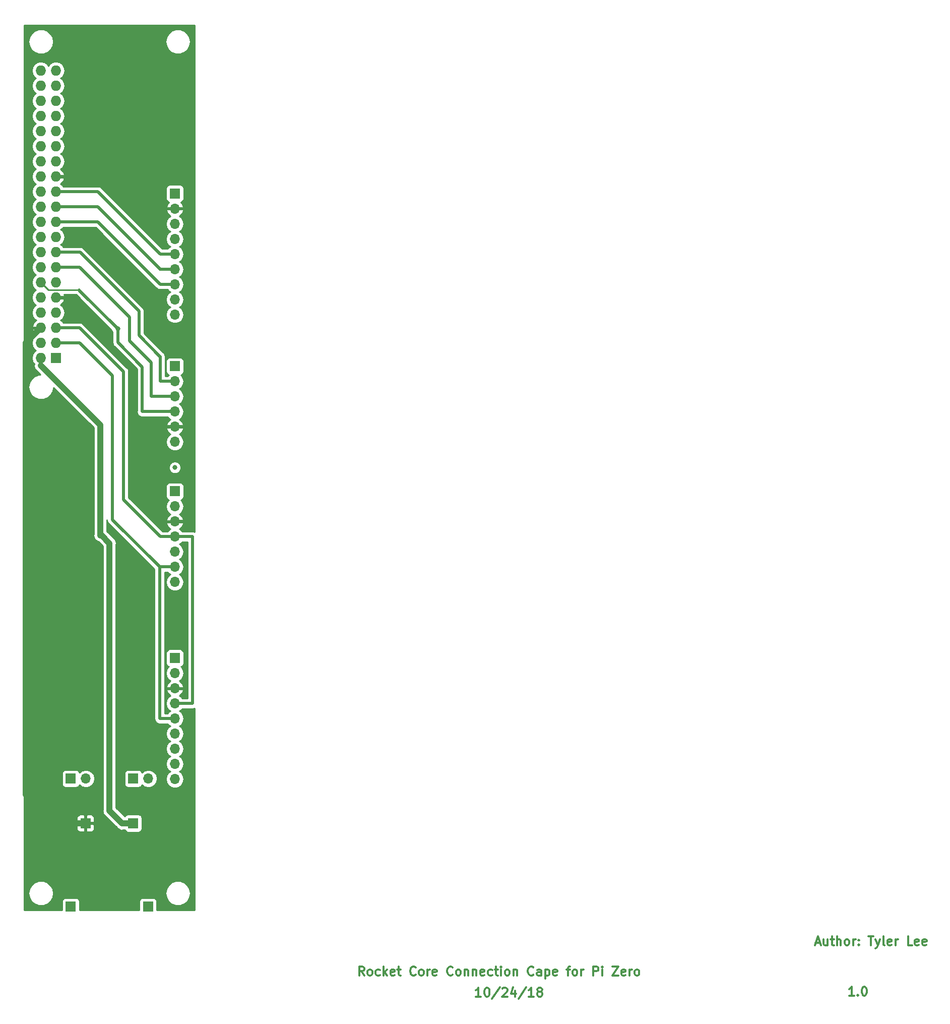
<source format=gbr>
G04 #@! TF.GenerationSoftware,KiCad,Pcbnew,5.0.1-33cea8e~68~ubuntu18.04.1*
G04 #@! TF.CreationDate,2018-11-05T13:53:30-05:00*
G04 #@! TF.ProjectId,core-1,636F72652D312E6B696361645F706362,rev?*
G04 #@! TF.SameCoordinates,Original*
G04 #@! TF.FileFunction,Copper,L1,Top,Signal*
G04 #@! TF.FilePolarity,Positive*
%FSLAX46Y46*%
G04 Gerber Fmt 4.6, Leading zero omitted, Abs format (unit mm)*
G04 Created by KiCad (PCBNEW 5.0.1-33cea8e~68~ubuntu18.04.1) date Mon 05 Nov 2018 01:53:30 PM EST*
%MOMM*%
%LPD*%
G01*
G04 APERTURE LIST*
G04 #@! TA.AperFunction,NonConductor*
%ADD10C,0.300000*%
G04 #@! TD*
G04 #@! TA.AperFunction,ComponentPad*
%ADD11R,1.727200X1.727200*%
G04 #@! TD*
G04 #@! TA.AperFunction,ComponentPad*
%ADD12O,1.727200X1.727200*%
G04 #@! TD*
G04 #@! TA.AperFunction,ComponentPad*
%ADD13R,1.700000X1.700000*%
G04 #@! TD*
G04 #@! TA.AperFunction,ComponentPad*
%ADD14O,1.700000X1.700000*%
G04 #@! TD*
G04 #@! TA.AperFunction,ViaPad*
%ADD15C,0.800000*%
G04 #@! TD*
G04 #@! TA.AperFunction,Conductor*
%ADD16C,0.500000*%
G04 #@! TD*
G04 #@! TA.AperFunction,Conductor*
%ADD17C,0.250000*%
G04 #@! TD*
G04 #@! TA.AperFunction,Conductor*
%ADD18C,1.000000*%
G04 #@! TD*
G04 #@! TA.AperFunction,Conductor*
%ADD19C,0.254000*%
G04 #@! TD*
G04 APERTURE END LIST*
D10*
X263653571Y-184800000D02*
X264367857Y-184800000D01*
X263510714Y-185228571D02*
X264010714Y-183728571D01*
X264510714Y-185228571D01*
X265653571Y-184228571D02*
X265653571Y-185228571D01*
X265010714Y-184228571D02*
X265010714Y-185014285D01*
X265082142Y-185157142D01*
X265225000Y-185228571D01*
X265439285Y-185228571D01*
X265582142Y-185157142D01*
X265653571Y-185085714D01*
X266153571Y-184228571D02*
X266725000Y-184228571D01*
X266367857Y-183728571D02*
X266367857Y-185014285D01*
X266439285Y-185157142D01*
X266582142Y-185228571D01*
X266725000Y-185228571D01*
X267225000Y-185228571D02*
X267225000Y-183728571D01*
X267867857Y-185228571D02*
X267867857Y-184442857D01*
X267796428Y-184300000D01*
X267653571Y-184228571D01*
X267439285Y-184228571D01*
X267296428Y-184300000D01*
X267225000Y-184371428D01*
X268796428Y-185228571D02*
X268653571Y-185157142D01*
X268582142Y-185085714D01*
X268510714Y-184942857D01*
X268510714Y-184514285D01*
X268582142Y-184371428D01*
X268653571Y-184300000D01*
X268796428Y-184228571D01*
X269010714Y-184228571D01*
X269153571Y-184300000D01*
X269225000Y-184371428D01*
X269296428Y-184514285D01*
X269296428Y-184942857D01*
X269225000Y-185085714D01*
X269153571Y-185157142D01*
X269010714Y-185228571D01*
X268796428Y-185228571D01*
X269939285Y-185228571D02*
X269939285Y-184228571D01*
X269939285Y-184514285D02*
X270010714Y-184371428D01*
X270082142Y-184300000D01*
X270225000Y-184228571D01*
X270367857Y-184228571D01*
X270867857Y-185085714D02*
X270939285Y-185157142D01*
X270867857Y-185228571D01*
X270796428Y-185157142D01*
X270867857Y-185085714D01*
X270867857Y-185228571D01*
X270867857Y-184300000D02*
X270939285Y-184371428D01*
X270867857Y-184442857D01*
X270796428Y-184371428D01*
X270867857Y-184300000D01*
X270867857Y-184442857D01*
X272510714Y-183728571D02*
X273367857Y-183728571D01*
X272939285Y-185228571D02*
X272939285Y-183728571D01*
X273725000Y-184228571D02*
X274082142Y-185228571D01*
X274439285Y-184228571D02*
X274082142Y-185228571D01*
X273939285Y-185585714D01*
X273867857Y-185657142D01*
X273725000Y-185728571D01*
X275225000Y-185228571D02*
X275082142Y-185157142D01*
X275010714Y-185014285D01*
X275010714Y-183728571D01*
X276367857Y-185157142D02*
X276225000Y-185228571D01*
X275939285Y-185228571D01*
X275796428Y-185157142D01*
X275725000Y-185014285D01*
X275725000Y-184442857D01*
X275796428Y-184300000D01*
X275939285Y-184228571D01*
X276225000Y-184228571D01*
X276367857Y-184300000D01*
X276439285Y-184442857D01*
X276439285Y-184585714D01*
X275725000Y-184728571D01*
X277082142Y-185228571D02*
X277082142Y-184228571D01*
X277082142Y-184514285D02*
X277153571Y-184371428D01*
X277225000Y-184300000D01*
X277367857Y-184228571D01*
X277510714Y-184228571D01*
X279867857Y-185228571D02*
X279153571Y-185228571D01*
X279153571Y-183728571D01*
X280939285Y-185157142D02*
X280796428Y-185228571D01*
X280510714Y-185228571D01*
X280367857Y-185157142D01*
X280296428Y-185014285D01*
X280296428Y-184442857D01*
X280367857Y-184300000D01*
X280510714Y-184228571D01*
X280796428Y-184228571D01*
X280939285Y-184300000D01*
X281010714Y-184442857D01*
X281010714Y-184585714D01*
X280296428Y-184728571D01*
X282225000Y-185157142D02*
X282082142Y-185228571D01*
X281796428Y-185228571D01*
X281653571Y-185157142D01*
X281582142Y-185014285D01*
X281582142Y-184442857D01*
X281653571Y-184300000D01*
X281796428Y-184228571D01*
X282082142Y-184228571D01*
X282225000Y-184300000D01*
X282296428Y-184442857D01*
X282296428Y-184585714D01*
X281582142Y-184728571D01*
X207435714Y-193853571D02*
X206578571Y-193853571D01*
X207007142Y-193853571D02*
X207007142Y-192353571D01*
X206864285Y-192567857D01*
X206721428Y-192710714D01*
X206578571Y-192782142D01*
X208364285Y-192353571D02*
X208507142Y-192353571D01*
X208650000Y-192425000D01*
X208721428Y-192496428D01*
X208792857Y-192639285D01*
X208864285Y-192925000D01*
X208864285Y-193282142D01*
X208792857Y-193567857D01*
X208721428Y-193710714D01*
X208650000Y-193782142D01*
X208507142Y-193853571D01*
X208364285Y-193853571D01*
X208221428Y-193782142D01*
X208150000Y-193710714D01*
X208078571Y-193567857D01*
X208007142Y-193282142D01*
X208007142Y-192925000D01*
X208078571Y-192639285D01*
X208150000Y-192496428D01*
X208221428Y-192425000D01*
X208364285Y-192353571D01*
X210578571Y-192282142D02*
X209292857Y-194210714D01*
X211007142Y-192496428D02*
X211078571Y-192425000D01*
X211221428Y-192353571D01*
X211578571Y-192353571D01*
X211721428Y-192425000D01*
X211792857Y-192496428D01*
X211864285Y-192639285D01*
X211864285Y-192782142D01*
X211792857Y-192996428D01*
X210935714Y-193853571D01*
X211864285Y-193853571D01*
X213150000Y-192853571D02*
X213150000Y-193853571D01*
X212792857Y-192282142D02*
X212435714Y-193353571D01*
X213364285Y-193353571D01*
X215007142Y-192282142D02*
X213721428Y-194210714D01*
X216292857Y-193853571D02*
X215435714Y-193853571D01*
X215864285Y-193853571D02*
X215864285Y-192353571D01*
X215721428Y-192567857D01*
X215578571Y-192710714D01*
X215435714Y-192782142D01*
X217150000Y-192996428D02*
X217007142Y-192925000D01*
X216935714Y-192853571D01*
X216864285Y-192710714D01*
X216864285Y-192639285D01*
X216935714Y-192496428D01*
X217007142Y-192425000D01*
X217150000Y-192353571D01*
X217435714Y-192353571D01*
X217578571Y-192425000D01*
X217650000Y-192496428D01*
X217721428Y-192639285D01*
X217721428Y-192710714D01*
X217650000Y-192853571D01*
X217578571Y-192925000D01*
X217435714Y-192996428D01*
X217150000Y-192996428D01*
X217007142Y-193067857D01*
X216935714Y-193139285D01*
X216864285Y-193282142D01*
X216864285Y-193567857D01*
X216935714Y-193710714D01*
X217007142Y-193782142D01*
X217150000Y-193853571D01*
X217435714Y-193853571D01*
X217578571Y-193782142D01*
X217650000Y-193710714D01*
X217721428Y-193567857D01*
X217721428Y-193282142D01*
X217650000Y-193139285D01*
X217578571Y-193067857D01*
X217435714Y-192996428D01*
X270107142Y-193678571D02*
X269250000Y-193678571D01*
X269678571Y-193678571D02*
X269678571Y-192178571D01*
X269535714Y-192392857D01*
X269392857Y-192535714D01*
X269250000Y-192607142D01*
X270750000Y-193535714D02*
X270821428Y-193607142D01*
X270750000Y-193678571D01*
X270678571Y-193607142D01*
X270750000Y-193535714D01*
X270750000Y-193678571D01*
X271750000Y-192178571D02*
X271892857Y-192178571D01*
X272035714Y-192250000D01*
X272107142Y-192321428D01*
X272178571Y-192464285D01*
X272250000Y-192750000D01*
X272250000Y-193107142D01*
X272178571Y-193392857D01*
X272107142Y-193535714D01*
X272035714Y-193607142D01*
X271892857Y-193678571D01*
X271750000Y-193678571D01*
X271607142Y-193607142D01*
X271535714Y-193535714D01*
X271464285Y-193392857D01*
X271392857Y-193107142D01*
X271392857Y-192750000D01*
X271464285Y-192464285D01*
X271535714Y-192321428D01*
X271607142Y-192250000D01*
X271750000Y-192178571D01*
X187807142Y-190303571D02*
X187307142Y-189589285D01*
X186950000Y-190303571D02*
X186950000Y-188803571D01*
X187521428Y-188803571D01*
X187664285Y-188875000D01*
X187735714Y-188946428D01*
X187807142Y-189089285D01*
X187807142Y-189303571D01*
X187735714Y-189446428D01*
X187664285Y-189517857D01*
X187521428Y-189589285D01*
X186950000Y-189589285D01*
X188664285Y-190303571D02*
X188521428Y-190232142D01*
X188450000Y-190160714D01*
X188378571Y-190017857D01*
X188378571Y-189589285D01*
X188450000Y-189446428D01*
X188521428Y-189375000D01*
X188664285Y-189303571D01*
X188878571Y-189303571D01*
X189021428Y-189375000D01*
X189092857Y-189446428D01*
X189164285Y-189589285D01*
X189164285Y-190017857D01*
X189092857Y-190160714D01*
X189021428Y-190232142D01*
X188878571Y-190303571D01*
X188664285Y-190303571D01*
X190450000Y-190232142D02*
X190307142Y-190303571D01*
X190021428Y-190303571D01*
X189878571Y-190232142D01*
X189807142Y-190160714D01*
X189735714Y-190017857D01*
X189735714Y-189589285D01*
X189807142Y-189446428D01*
X189878571Y-189375000D01*
X190021428Y-189303571D01*
X190307142Y-189303571D01*
X190450000Y-189375000D01*
X191092857Y-190303571D02*
X191092857Y-188803571D01*
X191235714Y-189732142D02*
X191664285Y-190303571D01*
X191664285Y-189303571D02*
X191092857Y-189875000D01*
X192878571Y-190232142D02*
X192735714Y-190303571D01*
X192450000Y-190303571D01*
X192307142Y-190232142D01*
X192235714Y-190089285D01*
X192235714Y-189517857D01*
X192307142Y-189375000D01*
X192450000Y-189303571D01*
X192735714Y-189303571D01*
X192878571Y-189375000D01*
X192950000Y-189517857D01*
X192950000Y-189660714D01*
X192235714Y-189803571D01*
X193378571Y-189303571D02*
X193950000Y-189303571D01*
X193592857Y-188803571D02*
X193592857Y-190089285D01*
X193664285Y-190232142D01*
X193807142Y-190303571D01*
X193950000Y-190303571D01*
X196450000Y-190160714D02*
X196378571Y-190232142D01*
X196164285Y-190303571D01*
X196021428Y-190303571D01*
X195807142Y-190232142D01*
X195664285Y-190089285D01*
X195592857Y-189946428D01*
X195521428Y-189660714D01*
X195521428Y-189446428D01*
X195592857Y-189160714D01*
X195664285Y-189017857D01*
X195807142Y-188875000D01*
X196021428Y-188803571D01*
X196164285Y-188803571D01*
X196378571Y-188875000D01*
X196450000Y-188946428D01*
X197307142Y-190303571D02*
X197164285Y-190232142D01*
X197092857Y-190160714D01*
X197021428Y-190017857D01*
X197021428Y-189589285D01*
X197092857Y-189446428D01*
X197164285Y-189375000D01*
X197307142Y-189303571D01*
X197521428Y-189303571D01*
X197664285Y-189375000D01*
X197735714Y-189446428D01*
X197807142Y-189589285D01*
X197807142Y-190017857D01*
X197735714Y-190160714D01*
X197664285Y-190232142D01*
X197521428Y-190303571D01*
X197307142Y-190303571D01*
X198450000Y-190303571D02*
X198450000Y-189303571D01*
X198450000Y-189589285D02*
X198521428Y-189446428D01*
X198592857Y-189375000D01*
X198735714Y-189303571D01*
X198878571Y-189303571D01*
X199950000Y-190232142D02*
X199807142Y-190303571D01*
X199521428Y-190303571D01*
X199378571Y-190232142D01*
X199307142Y-190089285D01*
X199307142Y-189517857D01*
X199378571Y-189375000D01*
X199521428Y-189303571D01*
X199807142Y-189303571D01*
X199950000Y-189375000D01*
X200021428Y-189517857D01*
X200021428Y-189660714D01*
X199307142Y-189803571D01*
X202664285Y-190160714D02*
X202592857Y-190232142D01*
X202378571Y-190303571D01*
X202235714Y-190303571D01*
X202021428Y-190232142D01*
X201878571Y-190089285D01*
X201807142Y-189946428D01*
X201735714Y-189660714D01*
X201735714Y-189446428D01*
X201807142Y-189160714D01*
X201878571Y-189017857D01*
X202021428Y-188875000D01*
X202235714Y-188803571D01*
X202378571Y-188803571D01*
X202592857Y-188875000D01*
X202664285Y-188946428D01*
X203521428Y-190303571D02*
X203378571Y-190232142D01*
X203307142Y-190160714D01*
X203235714Y-190017857D01*
X203235714Y-189589285D01*
X203307142Y-189446428D01*
X203378571Y-189375000D01*
X203521428Y-189303571D01*
X203735714Y-189303571D01*
X203878571Y-189375000D01*
X203950000Y-189446428D01*
X204021428Y-189589285D01*
X204021428Y-190017857D01*
X203950000Y-190160714D01*
X203878571Y-190232142D01*
X203735714Y-190303571D01*
X203521428Y-190303571D01*
X204664285Y-189303571D02*
X204664285Y-190303571D01*
X204664285Y-189446428D02*
X204735714Y-189375000D01*
X204878571Y-189303571D01*
X205092857Y-189303571D01*
X205235714Y-189375000D01*
X205307142Y-189517857D01*
X205307142Y-190303571D01*
X206021428Y-189303571D02*
X206021428Y-190303571D01*
X206021428Y-189446428D02*
X206092857Y-189375000D01*
X206235714Y-189303571D01*
X206450000Y-189303571D01*
X206592857Y-189375000D01*
X206664285Y-189517857D01*
X206664285Y-190303571D01*
X207950000Y-190232142D02*
X207807142Y-190303571D01*
X207521428Y-190303571D01*
X207378571Y-190232142D01*
X207307142Y-190089285D01*
X207307142Y-189517857D01*
X207378571Y-189375000D01*
X207521428Y-189303571D01*
X207807142Y-189303571D01*
X207950000Y-189375000D01*
X208021428Y-189517857D01*
X208021428Y-189660714D01*
X207307142Y-189803571D01*
X209307142Y-190232142D02*
X209164285Y-190303571D01*
X208878571Y-190303571D01*
X208735714Y-190232142D01*
X208664285Y-190160714D01*
X208592857Y-190017857D01*
X208592857Y-189589285D01*
X208664285Y-189446428D01*
X208735714Y-189375000D01*
X208878571Y-189303571D01*
X209164285Y-189303571D01*
X209307142Y-189375000D01*
X209735714Y-189303571D02*
X210307142Y-189303571D01*
X209950000Y-188803571D02*
X209950000Y-190089285D01*
X210021428Y-190232142D01*
X210164285Y-190303571D01*
X210307142Y-190303571D01*
X210807142Y-190303571D02*
X210807142Y-189303571D01*
X210807142Y-188803571D02*
X210735714Y-188875000D01*
X210807142Y-188946428D01*
X210878571Y-188875000D01*
X210807142Y-188803571D01*
X210807142Y-188946428D01*
X211735714Y-190303571D02*
X211592857Y-190232142D01*
X211521428Y-190160714D01*
X211450000Y-190017857D01*
X211450000Y-189589285D01*
X211521428Y-189446428D01*
X211592857Y-189375000D01*
X211735714Y-189303571D01*
X211950000Y-189303571D01*
X212092857Y-189375000D01*
X212164285Y-189446428D01*
X212235714Y-189589285D01*
X212235714Y-190017857D01*
X212164285Y-190160714D01*
X212092857Y-190232142D01*
X211950000Y-190303571D01*
X211735714Y-190303571D01*
X212878571Y-189303571D02*
X212878571Y-190303571D01*
X212878571Y-189446428D02*
X212950000Y-189375000D01*
X213092857Y-189303571D01*
X213307142Y-189303571D01*
X213450000Y-189375000D01*
X213521428Y-189517857D01*
X213521428Y-190303571D01*
X216235714Y-190160714D02*
X216164285Y-190232142D01*
X215950000Y-190303571D01*
X215807142Y-190303571D01*
X215592857Y-190232142D01*
X215450000Y-190089285D01*
X215378571Y-189946428D01*
X215307142Y-189660714D01*
X215307142Y-189446428D01*
X215378571Y-189160714D01*
X215450000Y-189017857D01*
X215592857Y-188875000D01*
X215807142Y-188803571D01*
X215950000Y-188803571D01*
X216164285Y-188875000D01*
X216235714Y-188946428D01*
X217521428Y-190303571D02*
X217521428Y-189517857D01*
X217450000Y-189375000D01*
X217307142Y-189303571D01*
X217021428Y-189303571D01*
X216878571Y-189375000D01*
X217521428Y-190232142D02*
X217378571Y-190303571D01*
X217021428Y-190303571D01*
X216878571Y-190232142D01*
X216807142Y-190089285D01*
X216807142Y-189946428D01*
X216878571Y-189803571D01*
X217021428Y-189732142D01*
X217378571Y-189732142D01*
X217521428Y-189660714D01*
X218235714Y-189303571D02*
X218235714Y-190803571D01*
X218235714Y-189375000D02*
X218378571Y-189303571D01*
X218664285Y-189303571D01*
X218807142Y-189375000D01*
X218878571Y-189446428D01*
X218950000Y-189589285D01*
X218950000Y-190017857D01*
X218878571Y-190160714D01*
X218807142Y-190232142D01*
X218664285Y-190303571D01*
X218378571Y-190303571D01*
X218235714Y-190232142D01*
X220164285Y-190232142D02*
X220021428Y-190303571D01*
X219735714Y-190303571D01*
X219592857Y-190232142D01*
X219521428Y-190089285D01*
X219521428Y-189517857D01*
X219592857Y-189375000D01*
X219735714Y-189303571D01*
X220021428Y-189303571D01*
X220164285Y-189375000D01*
X220235714Y-189517857D01*
X220235714Y-189660714D01*
X219521428Y-189803571D01*
X221807142Y-189303571D02*
X222378571Y-189303571D01*
X222021428Y-190303571D02*
X222021428Y-189017857D01*
X222092857Y-188875000D01*
X222235714Y-188803571D01*
X222378571Y-188803571D01*
X223092857Y-190303571D02*
X222950000Y-190232142D01*
X222878571Y-190160714D01*
X222807142Y-190017857D01*
X222807142Y-189589285D01*
X222878571Y-189446428D01*
X222950000Y-189375000D01*
X223092857Y-189303571D01*
X223307142Y-189303571D01*
X223450000Y-189375000D01*
X223521428Y-189446428D01*
X223592857Y-189589285D01*
X223592857Y-190017857D01*
X223521428Y-190160714D01*
X223450000Y-190232142D01*
X223307142Y-190303571D01*
X223092857Y-190303571D01*
X224235714Y-190303571D02*
X224235714Y-189303571D01*
X224235714Y-189589285D02*
X224307142Y-189446428D01*
X224378571Y-189375000D01*
X224521428Y-189303571D01*
X224664285Y-189303571D01*
X226307142Y-190303571D02*
X226307142Y-188803571D01*
X226878571Y-188803571D01*
X227021428Y-188875000D01*
X227092857Y-188946428D01*
X227164285Y-189089285D01*
X227164285Y-189303571D01*
X227092857Y-189446428D01*
X227021428Y-189517857D01*
X226878571Y-189589285D01*
X226307142Y-189589285D01*
X227807142Y-190303571D02*
X227807142Y-189303571D01*
X227807142Y-188803571D02*
X227735714Y-188875000D01*
X227807142Y-188946428D01*
X227878571Y-188875000D01*
X227807142Y-188803571D01*
X227807142Y-188946428D01*
X229521428Y-188803571D02*
X230521428Y-188803571D01*
X229521428Y-190303571D01*
X230521428Y-190303571D01*
X231664285Y-190232142D02*
X231521428Y-190303571D01*
X231235714Y-190303571D01*
X231092857Y-190232142D01*
X231021428Y-190089285D01*
X231021428Y-189517857D01*
X231092857Y-189375000D01*
X231235714Y-189303571D01*
X231521428Y-189303571D01*
X231664285Y-189375000D01*
X231735714Y-189517857D01*
X231735714Y-189660714D01*
X231021428Y-189803571D01*
X232378571Y-190303571D02*
X232378571Y-189303571D01*
X232378571Y-189589285D02*
X232450000Y-189446428D01*
X232521428Y-189375000D01*
X232664285Y-189303571D01*
X232807142Y-189303571D01*
X233521428Y-190303571D02*
X233378571Y-190232142D01*
X233307142Y-190160714D01*
X233235714Y-190017857D01*
X233235714Y-189589285D01*
X233307142Y-189446428D01*
X233378571Y-189375000D01*
X233521428Y-189303571D01*
X233735714Y-189303571D01*
X233878571Y-189375000D01*
X233950000Y-189446428D01*
X234021428Y-189589285D01*
X234021428Y-190017857D01*
X233950000Y-190160714D01*
X233878571Y-190232142D01*
X233735714Y-190303571D01*
X233521428Y-190303571D01*
D11*
G04 #@! TO.P,J1,1*
G04 #@! TO.N,/3.3V*
X136000000Y-86625000D03*
D12*
G04 #@! TO.P,J1,2*
G04 #@! TO.N,Net-(J1-Pad2)*
X133460000Y-86625000D03*
G04 #@! TO.P,J1,3*
G04 #@! TO.N,Net-(J1-Pad3)*
X136000000Y-84085000D03*
G04 #@! TO.P,J1,4*
G04 #@! TO.N,Net-(J1-Pad4)*
X133460000Y-84085000D03*
G04 #@! TO.P,J1,5*
G04 #@! TO.N,Net-(J1-Pad5)*
X136000000Y-81545000D03*
G04 #@! TO.P,J1,6*
G04 #@! TO.N,/GND*
X133460000Y-81545000D03*
G04 #@! TO.P,J1,7*
G04 #@! TO.N,Net-(J1-Pad7)*
X136000000Y-79005000D03*
G04 #@! TO.P,J1,8*
G04 #@! TO.N,Net-(J1-Pad8)*
X133460000Y-79005000D03*
G04 #@! TO.P,J1,9*
G04 #@! TO.N,/GND*
X136000000Y-76465000D03*
G04 #@! TO.P,J1,10*
G04 #@! TO.N,Net-(J1-Pad10)*
X133460000Y-76465000D03*
G04 #@! TO.P,J1,11*
G04 #@! TO.N,Net-(J1-Pad11)*
X136000000Y-73925000D03*
G04 #@! TO.P,J1,12*
G04 #@! TO.N,Net-(J1-Pad12)*
X133460000Y-73925000D03*
G04 #@! TO.P,J1,13*
G04 #@! TO.N,Net-(J1-Pad13)*
X136000000Y-71385000D03*
G04 #@! TO.P,J1,14*
G04 #@! TO.N,Net-(J1-Pad14)*
X133460000Y-71385000D03*
G04 #@! TO.P,J1,15*
G04 #@! TO.N,Net-(J1-Pad15)*
X136000000Y-68845000D03*
G04 #@! TO.P,J1,16*
G04 #@! TO.N,Net-(J1-Pad16)*
X133460000Y-68845000D03*
G04 #@! TO.P,J1,17*
G04 #@! TO.N,Net-(J1-Pad17)*
X136000000Y-66305000D03*
G04 #@! TO.P,J1,18*
G04 #@! TO.N,Net-(J1-Pad18)*
X133460000Y-66305000D03*
G04 #@! TO.P,J1,19*
G04 #@! TO.N,Net-(J1-Pad19)*
X136000000Y-63765000D03*
G04 #@! TO.P,J1,20*
G04 #@! TO.N,Net-(J1-Pad20)*
X133460000Y-63765000D03*
G04 #@! TO.P,J1,21*
G04 #@! TO.N,Net-(J1-Pad21)*
X136000000Y-61225000D03*
G04 #@! TO.P,J1,22*
G04 #@! TO.N,Net-(J1-Pad22)*
X133460000Y-61225000D03*
G04 #@! TO.P,J1,23*
G04 #@! TO.N,Net-(J1-Pad23)*
X136000000Y-58685000D03*
G04 #@! TO.P,J1,24*
G04 #@! TO.N,Net-(J1-Pad24)*
X133460000Y-58685000D03*
G04 #@! TO.P,J1,25*
G04 #@! TO.N,/GND*
X136000000Y-56145000D03*
G04 #@! TO.P,J1,26*
G04 #@! TO.N,Net-(J1-Pad26)*
X133460000Y-56145000D03*
G04 #@! TO.P,J1,27*
G04 #@! TO.N,Net-(J1-Pad27)*
X136000000Y-53605000D03*
G04 #@! TO.P,J1,28*
G04 #@! TO.N,Net-(J1-Pad28)*
X133460000Y-53605000D03*
G04 #@! TO.P,J1,29*
G04 #@! TO.N,Net-(J1-Pad29)*
X136000000Y-51065000D03*
G04 #@! TO.P,J1,30*
G04 #@! TO.N,Net-(J1-Pad30)*
X133460000Y-51065000D03*
G04 #@! TO.P,J1,31*
G04 #@! TO.N,Net-(J1-Pad31)*
X136000000Y-48525000D03*
G04 #@! TO.P,J1,32*
G04 #@! TO.N,Net-(J1-Pad32)*
X133460000Y-48525000D03*
G04 #@! TO.P,J1,33*
G04 #@! TO.N,Net-(J1-Pad33)*
X136000000Y-45985000D03*
G04 #@! TO.P,J1,34*
G04 #@! TO.N,Net-(J1-Pad34)*
X133460000Y-45985000D03*
G04 #@! TO.P,J1,35*
G04 #@! TO.N,Net-(J1-Pad35)*
X136000000Y-43445000D03*
G04 #@! TO.P,J1,36*
G04 #@! TO.N,Net-(J1-Pad36)*
X133460000Y-43445000D03*
G04 #@! TO.P,J1,37*
G04 #@! TO.N,Net-(J1-Pad37)*
X136000000Y-40905000D03*
G04 #@! TO.P,J1,38*
G04 #@! TO.N,Net-(J1-Pad38)*
X133460000Y-40905000D03*
G04 #@! TO.P,J1,39*
G04 #@! TO.N,Net-(J1-Pad39)*
X136000000Y-38365000D03*
G04 #@! TO.P,J1,40*
G04 #@! TO.N,Net-(J1-Pad40)*
X133460000Y-38365000D03*
G04 #@! TD*
D13*
G04 #@! TO.P,MK1,1*
G04 #@! TO.N,Net-(MK1-Pad1)*
X156000000Y-88000000D03*
D14*
G04 #@! TO.P,MK1,2*
G04 #@! TO.N,Net-(J1-Pad15)*
X156000000Y-90540000D03*
G04 #@! TO.P,MK1,3*
G04 #@! TO.N,Net-(J1-Pad13)*
X156000000Y-93080000D03*
G04 #@! TO.P,MK1,4*
G04 #@! TO.N,Net-(J1-Pad12)*
X156000000Y-95620000D03*
G04 #@! TO.P,MK1,5*
G04 #@! TO.N,/GND*
X156000000Y-98160000D03*
G04 #@! TO.P,MK1,6*
G04 #@! TO.N,/3.3V*
X156000000Y-100700000D03*
G04 #@! TD*
D13*
G04 #@! TO.P,U1,1*
G04 #@! TO.N,/3.3V*
X156000000Y-109000000D03*
D14*
G04 #@! TO.P,U1,2*
G04 #@! TO.N,Net-(U1-Pad2)*
X156000000Y-111540000D03*
G04 #@! TO.P,U1,3*
G04 #@! TO.N,/GND*
X156000000Y-114080000D03*
G04 #@! TO.P,U1,4*
G04 #@! TO.N,Net-(J1-Pad5)*
X156000000Y-116620000D03*
G04 #@! TO.P,U1,5*
G04 #@! TO.N,Net-(U1-Pad5)*
X156000000Y-119160000D03*
G04 #@! TO.P,U1,6*
G04 #@! TO.N,Net-(J1-Pad3)*
X156000000Y-121700000D03*
G04 #@! TO.P,U1,7*
G04 #@! TO.N,Net-(U1-Pad7)*
X156000000Y-124240000D03*
G04 #@! TD*
D13*
G04 #@! TO.P,U2,1*
G04 #@! TO.N,/3.3V*
X156000000Y-59000000D03*
D14*
G04 #@! TO.P,U2,2*
G04 #@! TO.N,/GND*
X156000000Y-61540000D03*
G04 #@! TO.P,U2,3*
G04 #@! TO.N,Net-(U2-Pad3)*
X156000000Y-64080000D03*
G04 #@! TO.P,U2,4*
G04 #@! TO.N,Net-(U2-Pad4)*
X156000000Y-66620000D03*
G04 #@! TO.P,U2,5*
G04 #@! TO.N,Net-(J1-Pad23)*
X156000000Y-69160000D03*
G04 #@! TO.P,U2,6*
G04 #@! TO.N,Net-(J1-Pad21)*
X156000000Y-71700000D03*
G04 #@! TO.P,U2,7*
G04 #@! TO.N,Net-(J1-Pad19)*
X156000000Y-74240000D03*
G04 #@! TO.P,U2,8*
G04 #@! TO.N,Net-(J1-Pad31)*
X156000000Y-76780000D03*
G04 #@! TO.P,U2,9*
G04 #@! TO.N,Net-(J1-Pad29)*
X156000000Y-79320000D03*
G04 #@! TD*
D13*
G04 #@! TO.P,U3,1*
G04 #@! TO.N,Net-(U3-Pad1)*
X156000000Y-137000000D03*
D14*
G04 #@! TO.P,U3,2*
G04 #@! TO.N,/3.3V*
X156000000Y-139540000D03*
G04 #@! TO.P,U3,3*
G04 #@! TO.N,/GND*
X156000000Y-142080000D03*
G04 #@! TO.P,U3,4*
G04 #@! TO.N,Net-(J1-Pad5)*
X156000000Y-144620000D03*
G04 #@! TO.P,U3,5*
G04 #@! TO.N,Net-(J1-Pad3)*
X156000000Y-147160000D03*
G04 #@! TO.P,U3,6*
G04 #@! TO.N,Net-(U3-Pad6)*
X156000000Y-149700000D03*
G04 #@! TO.P,U3,7*
G04 #@! TO.N,Net-(U3-Pad7)*
X156000000Y-152240000D03*
G04 #@! TO.P,U3,8*
G04 #@! TO.N,Net-(U3-Pad8)*
X156000000Y-154780000D03*
G04 #@! TO.P,U3,9*
G04 #@! TO.N,Net-(U3-Pad9)*
X156000000Y-157320000D03*
G04 #@! TD*
D13*
G04 #@! TO.P,J2,1*
G04 #@! TO.N,Net-(J2-Pad1)*
X138500000Y-178750000D03*
G04 #@! TD*
G04 #@! TO.P,J3,1*
G04 #@! TO.N,Net-(J3-Pad1)*
X151500000Y-178750000D03*
G04 #@! TD*
G04 #@! TO.P,J4,1*
G04 #@! TO.N,/GND*
X141000000Y-164750000D03*
G04 #@! TD*
G04 #@! TO.P,J5,1*
G04 #@! TO.N,Net-(J1-Pad2)*
X149000000Y-164750000D03*
G04 #@! TD*
G04 #@! TO.P,J6,1*
G04 #@! TO.N,Net-(J6-Pad1)*
X149000000Y-157250000D03*
D14*
G04 #@! TO.P,J6,2*
G04 #@! TO.N,Net-(J6-Pad2)*
X151540000Y-157250000D03*
G04 #@! TD*
G04 #@! TO.P,J7,2*
G04 #@! TO.N,Net-(J7-Pad2)*
X141040000Y-157250000D03*
D13*
G04 #@! TO.P,J7,1*
G04 #@! TO.N,Net-(J7-Pad1)*
X138500000Y-157250000D03*
G04 #@! TD*
D15*
G04 #@! TO.N,/3.3V*
X156000000Y-105000000D03*
G04 #@! TO.N,Net-(J1-Pad12)*
X146400000Y-81730000D03*
G04 #@! TO.N,Net-(J1-Pad2)*
X143500000Y-116375000D03*
G04 #@! TO.N,/GND*
X158990000Y-105000000D03*
X130925000Y-116500000D03*
G04 #@! TD*
D16*
G04 #@! TO.N,Net-(J1-Pad3)*
X139985000Y-84085000D02*
X136000000Y-84085000D01*
X145500000Y-89600000D02*
X139985000Y-84085000D01*
X156000000Y-121700000D02*
X153450000Y-121700000D01*
X145500000Y-113750000D02*
X145500000Y-89600000D01*
X153450000Y-121700000D02*
X145500000Y-113750000D01*
X153450000Y-121700000D02*
X153450000Y-147150000D01*
X153460000Y-147160000D02*
X156000000Y-147160000D01*
X153450000Y-147150000D02*
X153460000Y-147160000D01*
G04 #@! TO.N,Net-(J1-Pad5)*
X156000000Y-116620000D02*
X153570000Y-116620000D01*
X136000000Y-81545000D02*
X139995000Y-81545000D01*
X147350000Y-110400000D02*
X153570000Y-116620000D01*
X147350000Y-88900000D02*
X147350000Y-110400000D01*
X139995000Y-81545000D02*
X147350000Y-88900000D01*
X158970000Y-144620000D02*
X156000000Y-144620000D01*
X159000000Y-144650000D02*
X158970000Y-144620000D01*
X156000000Y-116620000D02*
X158970000Y-116620000D01*
X159000000Y-116650000D02*
X159000000Y-144650000D01*
X158970000Y-116620000D02*
X159000000Y-116650000D01*
G04 #@! TO.N,Net-(J1-Pad12)*
X155320000Y-95620000D02*
X155225010Y-95525010D01*
X156000000Y-95620000D02*
X155320000Y-95620000D01*
D17*
X133460000Y-73925000D02*
X134745000Y-75210000D01*
X134745000Y-75210000D02*
X139900000Y-75210000D01*
D16*
X154777919Y-95600000D02*
X154797919Y-95620000D01*
X139900000Y-75210000D02*
X139900000Y-75230000D01*
X150500000Y-95600000D02*
X154777919Y-95600000D01*
X154797919Y-95620000D02*
X156000000Y-95620000D01*
X146400000Y-81730000D02*
X146400000Y-81730000D01*
X150500000Y-88100000D02*
X150500000Y-95600000D01*
X139900000Y-75230000D02*
X146400000Y-81730000D01*
X146400000Y-84000000D02*
X150500000Y-88100000D01*
X146400000Y-81730000D02*
X146400000Y-84000000D01*
G04 #@! TO.N,Net-(J1-Pad13)*
X156000000Y-93080000D02*
X152030000Y-93080000D01*
X152030000Y-93080000D02*
X152000000Y-93050000D01*
X152000000Y-93050000D02*
X152000000Y-87385000D01*
X137221314Y-71385000D02*
X137236314Y-71400000D01*
X136000000Y-71385000D02*
X137221314Y-71385000D01*
X137236314Y-71400000D02*
X140000000Y-71400000D01*
X140000000Y-71400000D02*
X148350000Y-79750000D01*
X152000000Y-87385000D02*
X151985000Y-87385000D01*
X148350000Y-83750000D02*
X148350000Y-79750000D01*
X151985000Y-87385000D02*
X148350000Y-83750000D01*
G04 #@! TO.N,Net-(J1-Pad15)*
X156000000Y-90540000D02*
X153510000Y-90540000D01*
X153510000Y-90540000D02*
X153510000Y-86355000D01*
X136000000Y-68845000D02*
X140045000Y-68845000D01*
X140045000Y-68845000D02*
X149950000Y-78750000D01*
X153510000Y-86355000D02*
X153505000Y-86355000D01*
X153505000Y-86355000D02*
X149950000Y-82800000D01*
X149950000Y-78750000D02*
X149950000Y-82800000D01*
G04 #@! TO.N,Net-(J1-Pad19)*
X143035000Y-63765000D02*
X136000000Y-63765000D01*
X156000000Y-74240000D02*
X153510000Y-74240000D01*
X153510000Y-74240000D02*
X143035000Y-63765000D01*
G04 #@! TO.N,Net-(J1-Pad21)*
X143075000Y-61225000D02*
X136000000Y-61225000D01*
X153500000Y-71650000D02*
X143075000Y-61225000D01*
X156000000Y-71700000D02*
X153500000Y-71700000D01*
X153500000Y-71700000D02*
X153500000Y-71650000D01*
G04 #@! TO.N,Net-(J1-Pad23)*
X143085000Y-58685000D02*
X136000000Y-58685000D01*
X156000000Y-69160000D02*
X153560000Y-69160000D01*
X153560000Y-69160000D02*
X143085000Y-58685000D01*
G04 #@! TO.N,Net-(J1-Pad2)*
X133460000Y-86625000D02*
X133460000Y-87846314D01*
X143475000Y-116375000D02*
X143500000Y-116375000D01*
D18*
X133460000Y-87846314D02*
X143475000Y-97861314D01*
X143475000Y-116350000D02*
X143500000Y-116375000D01*
X143475000Y-97861314D02*
X143475000Y-116350000D01*
X145000000Y-117750000D02*
X143600000Y-116350000D01*
X145000000Y-162600000D02*
X145000000Y-117750000D01*
X143600000Y-116350000D02*
X143475000Y-116350000D01*
X147150000Y-164750000D02*
X145000000Y-162600000D01*
X149000000Y-164750000D02*
X147150000Y-164750000D01*
D16*
X143500000Y-116375000D02*
X143500000Y-116375000D01*
G04 #@! TO.N,/GND*
X156000000Y-61540000D02*
X153540000Y-61540000D01*
X148145000Y-56145000D02*
X136000000Y-56145000D01*
X153540000Y-61540000D02*
X148145000Y-56145000D01*
X139005000Y-76465000D02*
X136000000Y-76465000D01*
X140060000Y-77520000D02*
X139005000Y-76465000D01*
X140060000Y-79850000D02*
X140060000Y-77520000D01*
X149090000Y-88880000D02*
X140060000Y-79850000D01*
X156000000Y-98160000D02*
X149090000Y-98160000D01*
X149090000Y-98160000D02*
X149090000Y-88880000D01*
X158990000Y-114100000D02*
X158990000Y-105000000D01*
X156000000Y-114080000D02*
X158970000Y-114080000D01*
X158870000Y-98160000D02*
X156000000Y-98160000D01*
X158990000Y-98280000D02*
X158870000Y-98160000D01*
X158970000Y-114080000D02*
X158990000Y-114100000D01*
X158990000Y-105000000D02*
X158990000Y-98280000D01*
D18*
X133460000Y-81545000D02*
X130925000Y-84080000D01*
X130925000Y-84080000D02*
X130925000Y-116500000D01*
X135750000Y-164750000D02*
X141000000Y-164750000D01*
X130925000Y-159925000D02*
X135750000Y-164750000D01*
X130925000Y-116500000D02*
X130925000Y-159925000D01*
G04 #@! TD*
D19*
G04 #@! TO.N,/GND*
G36*
X159290001Y-94930074D02*
X159290001Y-115781314D01*
X159057165Y-115735000D01*
X159057161Y-115735000D01*
X158970000Y-115717663D01*
X158882839Y-115735000D01*
X157194656Y-115735000D01*
X157070625Y-115549375D01*
X156751522Y-115336157D01*
X156881358Y-115275183D01*
X157271645Y-114846924D01*
X157441476Y-114436890D01*
X157320155Y-114207000D01*
X156127000Y-114207000D01*
X156127000Y-114227000D01*
X155873000Y-114227000D01*
X155873000Y-114207000D01*
X154679845Y-114207000D01*
X154558524Y-114436890D01*
X154728355Y-114846924D01*
X155118642Y-115275183D01*
X155248478Y-115336157D01*
X154929375Y-115549375D01*
X154805344Y-115735000D01*
X153936579Y-115735000D01*
X149741579Y-111540000D01*
X154485908Y-111540000D01*
X154601161Y-112119418D01*
X154929375Y-112610625D01*
X155248478Y-112823843D01*
X155118642Y-112884817D01*
X154728355Y-113313076D01*
X154558524Y-113723110D01*
X154679845Y-113953000D01*
X155873000Y-113953000D01*
X155873000Y-113933000D01*
X156127000Y-113933000D01*
X156127000Y-113953000D01*
X157320155Y-113953000D01*
X157441476Y-113723110D01*
X157271645Y-113313076D01*
X156881358Y-112884817D01*
X156751522Y-112823843D01*
X157070625Y-112610625D01*
X157398839Y-112119418D01*
X157514092Y-111540000D01*
X157398839Y-110960582D01*
X157070625Y-110469375D01*
X157052381Y-110457184D01*
X157097765Y-110448157D01*
X157307809Y-110307809D01*
X157448157Y-110097765D01*
X157497440Y-109850000D01*
X157497440Y-108150000D01*
X157448157Y-107902235D01*
X157307809Y-107692191D01*
X157097765Y-107551843D01*
X156850000Y-107502560D01*
X155150000Y-107502560D01*
X154902235Y-107551843D01*
X154692191Y-107692191D01*
X154551843Y-107902235D01*
X154502560Y-108150000D01*
X154502560Y-109850000D01*
X154551843Y-110097765D01*
X154692191Y-110307809D01*
X154902235Y-110448157D01*
X154947619Y-110457184D01*
X154929375Y-110469375D01*
X154601161Y-110960582D01*
X154485908Y-111540000D01*
X149741579Y-111540000D01*
X148235000Y-110033422D01*
X148235000Y-104794126D01*
X154965000Y-104794126D01*
X154965000Y-105205874D01*
X155122569Y-105586280D01*
X155413720Y-105877431D01*
X155794126Y-106035000D01*
X156205874Y-106035000D01*
X156586280Y-105877431D01*
X156877431Y-105586280D01*
X157035000Y-105205874D01*
X157035000Y-104794126D01*
X156877431Y-104413720D01*
X156586280Y-104122569D01*
X156205874Y-103965000D01*
X155794126Y-103965000D01*
X155413720Y-104122569D01*
X155122569Y-104413720D01*
X154965000Y-104794126D01*
X148235000Y-104794126D01*
X148235000Y-100700000D01*
X154485908Y-100700000D01*
X154601161Y-101279418D01*
X154929375Y-101770625D01*
X155420582Y-102098839D01*
X155853744Y-102185000D01*
X156146256Y-102185000D01*
X156579418Y-102098839D01*
X157070625Y-101770625D01*
X157398839Y-101279418D01*
X157514092Y-100700000D01*
X157398839Y-100120582D01*
X157070625Y-99629375D01*
X156751522Y-99416157D01*
X156881358Y-99355183D01*
X157271645Y-98926924D01*
X157441476Y-98516890D01*
X157320155Y-98287000D01*
X156127000Y-98287000D01*
X156127000Y-98307000D01*
X155873000Y-98307000D01*
X155873000Y-98287000D01*
X154679845Y-98287000D01*
X154558524Y-98516890D01*
X154728355Y-98926924D01*
X155118642Y-99355183D01*
X155248478Y-99416157D01*
X154929375Y-99629375D01*
X154601161Y-100120582D01*
X154485908Y-100700000D01*
X148235000Y-100700000D01*
X148235000Y-88987161D01*
X148252337Y-88900000D01*
X148235000Y-88812839D01*
X148235000Y-88812835D01*
X148183652Y-88554690D01*
X147988049Y-88261951D01*
X147914156Y-88212578D01*
X140682425Y-80980847D01*
X140633049Y-80906951D01*
X140340310Y-80711348D01*
X140082165Y-80660000D01*
X140082161Y-80660000D01*
X139995000Y-80642663D01*
X139907839Y-80660000D01*
X137211012Y-80660000D01*
X137080430Y-80464570D01*
X136796719Y-80275000D01*
X137080430Y-80085430D01*
X137411650Y-79589725D01*
X137527959Y-79005000D01*
X137411650Y-78420275D01*
X137080430Y-77924570D01*
X136778979Y-77723146D01*
X136888490Y-77671821D01*
X137282688Y-77239947D01*
X137454958Y-76824026D01*
X137333817Y-76592000D01*
X136127000Y-76592000D01*
X136127000Y-76612000D01*
X135873000Y-76612000D01*
X135873000Y-76592000D01*
X135853000Y-76592000D01*
X135853000Y-76338000D01*
X135873000Y-76338000D01*
X135873000Y-76318000D01*
X136127000Y-76318000D01*
X136127000Y-76338000D01*
X137333817Y-76338000D01*
X137454958Y-76105974D01*
X137398639Y-75970000D01*
X139388422Y-75970000D01*
X145372570Y-81954148D01*
X145515000Y-82298007D01*
X145515001Y-83912835D01*
X145497663Y-84000000D01*
X145566348Y-84345309D01*
X145712576Y-84564154D01*
X145712578Y-84564156D01*
X145761952Y-84638049D01*
X145835845Y-84687423D01*
X149615000Y-88466579D01*
X149615001Y-95512831D01*
X149597662Y-95600000D01*
X149666348Y-95945310D01*
X149861951Y-96238049D01*
X150154690Y-96433652D01*
X150412835Y-96485000D01*
X150412836Y-96485000D01*
X150500000Y-96502338D01*
X150587165Y-96485000D01*
X154610207Y-96485000D01*
X154710754Y-96505000D01*
X154710759Y-96505000D01*
X154797918Y-96522337D01*
X154814698Y-96518999D01*
X154929375Y-96690625D01*
X155248478Y-96903843D01*
X155118642Y-96964817D01*
X154728355Y-97393076D01*
X154558524Y-97803110D01*
X154679845Y-98033000D01*
X155873000Y-98033000D01*
X155873000Y-98013000D01*
X156127000Y-98013000D01*
X156127000Y-98033000D01*
X157320155Y-98033000D01*
X157441476Y-97803110D01*
X157271645Y-97393076D01*
X156881358Y-96964817D01*
X156751522Y-96903843D01*
X157070625Y-96690625D01*
X157398839Y-96199418D01*
X157514092Y-95620000D01*
X157398839Y-95040582D01*
X157070625Y-94549375D01*
X156772239Y-94350000D01*
X157070625Y-94150625D01*
X157398839Y-93659418D01*
X157514092Y-93080000D01*
X157398839Y-92500582D01*
X157070625Y-92009375D01*
X156772239Y-91810000D01*
X157070625Y-91610625D01*
X157398839Y-91119418D01*
X157514092Y-90540000D01*
X157398839Y-89960582D01*
X157070625Y-89469375D01*
X157052381Y-89457184D01*
X157097765Y-89448157D01*
X157307809Y-89307809D01*
X157448157Y-89097765D01*
X157497440Y-88850000D01*
X157497440Y-87150000D01*
X157448157Y-86902235D01*
X157307809Y-86692191D01*
X157097765Y-86551843D01*
X156850000Y-86502560D01*
X155150000Y-86502560D01*
X154902235Y-86551843D01*
X154692191Y-86692191D01*
X154551843Y-86902235D01*
X154502560Y-87150000D01*
X154502560Y-88850000D01*
X154551843Y-89097765D01*
X154692191Y-89307809D01*
X154902235Y-89448157D01*
X154947619Y-89457184D01*
X154929375Y-89469375D01*
X154805344Y-89655000D01*
X154395000Y-89655000D01*
X154395000Y-86442165D01*
X154412338Y-86355000D01*
X154343652Y-86009690D01*
X154148049Y-85716951D01*
X154059087Y-85657508D01*
X150835000Y-82433422D01*
X150835000Y-78837159D01*
X150852337Y-78749999D01*
X150835000Y-78662839D01*
X150835000Y-78662835D01*
X150783652Y-78404690D01*
X150588049Y-78111951D01*
X150514157Y-78062578D01*
X140732425Y-68280847D01*
X140683049Y-68206951D01*
X140390310Y-68011348D01*
X140132165Y-67960000D01*
X140132161Y-67960000D01*
X140045000Y-67942663D01*
X139957839Y-67960000D01*
X137211012Y-67960000D01*
X137080430Y-67764570D01*
X136796719Y-67575000D01*
X137080430Y-67385430D01*
X137411650Y-66889725D01*
X137527959Y-66305000D01*
X137411650Y-65720275D01*
X137080430Y-65224570D01*
X136796719Y-65035000D01*
X137080430Y-64845430D01*
X137211012Y-64650000D01*
X142668422Y-64650000D01*
X152822577Y-74804156D01*
X152871951Y-74878049D01*
X152945844Y-74927423D01*
X152945845Y-74927424D01*
X153001586Y-74964669D01*
X153164690Y-75073652D01*
X153422835Y-75125000D01*
X153422840Y-75125000D01*
X153509999Y-75142337D01*
X153597159Y-75125000D01*
X154805344Y-75125000D01*
X154929375Y-75310625D01*
X155227761Y-75510000D01*
X154929375Y-75709375D01*
X154601161Y-76200582D01*
X154485908Y-76780000D01*
X154601161Y-77359418D01*
X154929375Y-77850625D01*
X155227761Y-78050000D01*
X154929375Y-78249375D01*
X154601161Y-78740582D01*
X154485908Y-79320000D01*
X154601161Y-79899418D01*
X154929375Y-80390625D01*
X155420582Y-80718839D01*
X155853744Y-80805000D01*
X156146256Y-80805000D01*
X156579418Y-80718839D01*
X157070625Y-80390625D01*
X157398839Y-79899418D01*
X157514092Y-79320000D01*
X157398839Y-78740582D01*
X157070625Y-78249375D01*
X156772239Y-78050000D01*
X157070625Y-77850625D01*
X157398839Y-77359418D01*
X157514092Y-76780000D01*
X157398839Y-76200582D01*
X157070625Y-75709375D01*
X156772239Y-75510000D01*
X157070625Y-75310625D01*
X157398839Y-74819418D01*
X157514092Y-74240000D01*
X157398839Y-73660582D01*
X157070625Y-73169375D01*
X156772239Y-72970000D01*
X157070625Y-72770625D01*
X157398839Y-72279418D01*
X157514092Y-71700000D01*
X157398839Y-71120582D01*
X157070625Y-70629375D01*
X156772239Y-70430000D01*
X157070625Y-70230625D01*
X157398839Y-69739418D01*
X157514092Y-69160000D01*
X157398839Y-68580582D01*
X157070625Y-68089375D01*
X156772239Y-67890000D01*
X157070625Y-67690625D01*
X157398839Y-67199418D01*
X157514092Y-66620000D01*
X157398839Y-66040582D01*
X157070625Y-65549375D01*
X156772239Y-65350000D01*
X157070625Y-65150625D01*
X157398839Y-64659418D01*
X157514092Y-64080000D01*
X157398839Y-63500582D01*
X157070625Y-63009375D01*
X156751522Y-62796157D01*
X156881358Y-62735183D01*
X157271645Y-62306924D01*
X157441476Y-61896890D01*
X157320155Y-61667000D01*
X156127000Y-61667000D01*
X156127000Y-61687000D01*
X155873000Y-61687000D01*
X155873000Y-61667000D01*
X154679845Y-61667000D01*
X154558524Y-61896890D01*
X154728355Y-62306924D01*
X155118642Y-62735183D01*
X155248478Y-62796157D01*
X154929375Y-63009375D01*
X154601161Y-63500582D01*
X154485908Y-64080000D01*
X154601161Y-64659418D01*
X154929375Y-65150625D01*
X155227761Y-65350000D01*
X154929375Y-65549375D01*
X154601161Y-66040582D01*
X154485908Y-66620000D01*
X154601161Y-67199418D01*
X154929375Y-67690625D01*
X155227761Y-67890000D01*
X154929375Y-68089375D01*
X154805344Y-68275000D01*
X153926579Y-68275000D01*
X143801579Y-58150000D01*
X154502560Y-58150000D01*
X154502560Y-59850000D01*
X154551843Y-60097765D01*
X154692191Y-60307809D01*
X154902235Y-60448157D01*
X155005708Y-60468739D01*
X154728355Y-60773076D01*
X154558524Y-61183110D01*
X154679845Y-61413000D01*
X155873000Y-61413000D01*
X155873000Y-61393000D01*
X156127000Y-61393000D01*
X156127000Y-61413000D01*
X157320155Y-61413000D01*
X157441476Y-61183110D01*
X157271645Y-60773076D01*
X156994292Y-60468739D01*
X157097765Y-60448157D01*
X157307809Y-60307809D01*
X157448157Y-60097765D01*
X157497440Y-59850000D01*
X157497440Y-58150000D01*
X157448157Y-57902235D01*
X157307809Y-57692191D01*
X157097765Y-57551843D01*
X156850000Y-57502560D01*
X155150000Y-57502560D01*
X154902235Y-57551843D01*
X154692191Y-57692191D01*
X154551843Y-57902235D01*
X154502560Y-58150000D01*
X143801579Y-58150000D01*
X143772425Y-58120847D01*
X143723049Y-58046951D01*
X143430310Y-57851348D01*
X143172165Y-57800000D01*
X143172161Y-57800000D01*
X143085000Y-57782663D01*
X142997839Y-57800000D01*
X137211012Y-57800000D01*
X137080430Y-57604570D01*
X136778979Y-57403146D01*
X136888490Y-57351821D01*
X137282688Y-56919947D01*
X137454958Y-56504026D01*
X137333817Y-56272000D01*
X136127000Y-56272000D01*
X136127000Y-56292000D01*
X135873000Y-56292000D01*
X135873000Y-56272000D01*
X135853000Y-56272000D01*
X135853000Y-56018000D01*
X135873000Y-56018000D01*
X135873000Y-55998000D01*
X136127000Y-55998000D01*
X136127000Y-56018000D01*
X137333817Y-56018000D01*
X137454958Y-55785974D01*
X137282688Y-55370053D01*
X136888490Y-54938179D01*
X136778979Y-54886854D01*
X137080430Y-54685430D01*
X137411650Y-54189725D01*
X137527959Y-53605000D01*
X137411650Y-53020275D01*
X137080430Y-52524570D01*
X136796719Y-52335000D01*
X137080430Y-52145430D01*
X137411650Y-51649725D01*
X137527959Y-51065000D01*
X137411650Y-50480275D01*
X137080430Y-49984570D01*
X136796719Y-49795000D01*
X137080430Y-49605430D01*
X137411650Y-49109725D01*
X137527959Y-48525000D01*
X137411650Y-47940275D01*
X137080430Y-47444570D01*
X136796719Y-47255000D01*
X137080430Y-47065430D01*
X137411650Y-46569725D01*
X137527959Y-45985000D01*
X137411650Y-45400275D01*
X137080430Y-44904570D01*
X136796719Y-44715000D01*
X137080430Y-44525430D01*
X137411650Y-44029725D01*
X137527959Y-43445000D01*
X137411650Y-42860275D01*
X137080430Y-42364570D01*
X136796719Y-42175000D01*
X137080430Y-41985430D01*
X137411650Y-41489725D01*
X137527959Y-40905000D01*
X137411650Y-40320275D01*
X137080430Y-39824570D01*
X136796719Y-39635000D01*
X137080430Y-39445430D01*
X137411650Y-38949725D01*
X137527959Y-38365000D01*
X137411650Y-37780275D01*
X137080430Y-37284570D01*
X136584725Y-36953350D01*
X136147598Y-36866400D01*
X135852402Y-36866400D01*
X135415275Y-36953350D01*
X134919570Y-37284570D01*
X134730000Y-37568281D01*
X134540430Y-37284570D01*
X134044725Y-36953350D01*
X133607598Y-36866400D01*
X133312402Y-36866400D01*
X132875275Y-36953350D01*
X132379570Y-37284570D01*
X132048350Y-37780275D01*
X131932041Y-38365000D01*
X132048350Y-38949725D01*
X132379570Y-39445430D01*
X132663281Y-39635000D01*
X132379570Y-39824570D01*
X132048350Y-40320275D01*
X131932041Y-40905000D01*
X132048350Y-41489725D01*
X132379570Y-41985430D01*
X132663281Y-42175000D01*
X132379570Y-42364570D01*
X132048350Y-42860275D01*
X131932041Y-43445000D01*
X132048350Y-44029725D01*
X132379570Y-44525430D01*
X132663281Y-44715000D01*
X132379570Y-44904570D01*
X132048350Y-45400275D01*
X131932041Y-45985000D01*
X132048350Y-46569725D01*
X132379570Y-47065430D01*
X132663281Y-47255000D01*
X132379570Y-47444570D01*
X132048350Y-47940275D01*
X131932041Y-48525000D01*
X132048350Y-49109725D01*
X132379570Y-49605430D01*
X132663281Y-49795000D01*
X132379570Y-49984570D01*
X132048350Y-50480275D01*
X131932041Y-51065000D01*
X132048350Y-51649725D01*
X132379570Y-52145430D01*
X132663281Y-52335000D01*
X132379570Y-52524570D01*
X132048350Y-53020275D01*
X131932041Y-53605000D01*
X132048350Y-54189725D01*
X132379570Y-54685430D01*
X132663281Y-54875000D01*
X132379570Y-55064570D01*
X132048350Y-55560275D01*
X131932041Y-56145000D01*
X132048350Y-56729725D01*
X132379570Y-57225430D01*
X132663281Y-57415000D01*
X132379570Y-57604570D01*
X132048350Y-58100275D01*
X131932041Y-58685000D01*
X132048350Y-59269725D01*
X132379570Y-59765430D01*
X132663281Y-59955000D01*
X132379570Y-60144570D01*
X132048350Y-60640275D01*
X131932041Y-61225000D01*
X132048350Y-61809725D01*
X132379570Y-62305430D01*
X132663281Y-62495000D01*
X132379570Y-62684570D01*
X132048350Y-63180275D01*
X131932041Y-63765000D01*
X132048350Y-64349725D01*
X132379570Y-64845430D01*
X132663281Y-65035000D01*
X132379570Y-65224570D01*
X132048350Y-65720275D01*
X131932041Y-66305000D01*
X132048350Y-66889725D01*
X132379570Y-67385430D01*
X132663281Y-67575000D01*
X132379570Y-67764570D01*
X132048350Y-68260275D01*
X131932041Y-68845000D01*
X132048350Y-69429725D01*
X132379570Y-69925430D01*
X132663281Y-70115000D01*
X132379570Y-70304570D01*
X132048350Y-70800275D01*
X131932041Y-71385000D01*
X132048350Y-71969725D01*
X132379570Y-72465430D01*
X132663281Y-72655000D01*
X132379570Y-72844570D01*
X132048350Y-73340275D01*
X131932041Y-73925000D01*
X132048350Y-74509725D01*
X132379570Y-75005430D01*
X132663281Y-75195000D01*
X132379570Y-75384570D01*
X132048350Y-75880275D01*
X131932041Y-76465000D01*
X132048350Y-77049725D01*
X132379570Y-77545430D01*
X132663281Y-77735000D01*
X132379570Y-77924570D01*
X132048350Y-78420275D01*
X131932041Y-79005000D01*
X132048350Y-79589725D01*
X132379570Y-80085430D01*
X132681021Y-80286854D01*
X132571510Y-80338179D01*
X132177312Y-80770053D01*
X132005042Y-81185974D01*
X132126183Y-81418000D01*
X133333000Y-81418000D01*
X133333000Y-81398000D01*
X133587000Y-81398000D01*
X133587000Y-81418000D01*
X133607000Y-81418000D01*
X133607000Y-81672000D01*
X133587000Y-81672000D01*
X133587000Y-81692000D01*
X133333000Y-81692000D01*
X133333000Y-81672000D01*
X132126183Y-81672000D01*
X132005042Y-81904026D01*
X132177312Y-82319947D01*
X132571510Y-82751821D01*
X132681021Y-82803146D01*
X132379570Y-83004570D01*
X132048350Y-83500275D01*
X131932041Y-84085000D01*
X132048350Y-84669725D01*
X132379570Y-85165430D01*
X132663281Y-85355000D01*
X132379570Y-85544570D01*
X132048350Y-86040275D01*
X131932041Y-86625000D01*
X132048350Y-87209725D01*
X132341979Y-87649171D01*
X132302765Y-87846314D01*
X132390854Y-88289168D01*
X132578392Y-88569837D01*
X133435535Y-89426980D01*
X133134471Y-89426980D01*
X132447500Y-89677017D01*
X131887476Y-90146932D01*
X131521947Y-90780048D01*
X131395000Y-91500000D01*
X131521947Y-92219952D01*
X131887476Y-92853068D01*
X132447500Y-93322983D01*
X133134471Y-93573020D01*
X133865529Y-93573020D01*
X134552500Y-93322983D01*
X135112524Y-92853068D01*
X135478053Y-92219952D01*
X135590543Y-91581989D01*
X142340000Y-98331446D01*
X142340001Y-116238212D01*
X142317765Y-116350000D01*
X142405854Y-116792855D01*
X142656711Y-117168289D01*
X142751482Y-117231613D01*
X142776477Y-117256608D01*
X143057146Y-117444145D01*
X143096927Y-117452058D01*
X143865001Y-118220133D01*
X143865000Y-162488217D01*
X143842765Y-162600000D01*
X143865000Y-162711782D01*
X143930854Y-163042854D01*
X144181711Y-163418289D01*
X144276482Y-163481613D01*
X146268389Y-165473521D01*
X146331711Y-165568289D01*
X146568205Y-165726309D01*
X146707145Y-165819146D01*
X147149999Y-165907235D01*
X147261782Y-165885000D01*
X147576723Y-165885000D01*
X147692191Y-166057809D01*
X147902235Y-166198157D01*
X148150000Y-166247440D01*
X149850000Y-166247440D01*
X150097765Y-166198157D01*
X150307809Y-166057809D01*
X150448157Y-165847765D01*
X150497440Y-165600000D01*
X150497440Y-163900000D01*
X150448157Y-163652235D01*
X150307809Y-163442191D01*
X150097765Y-163301843D01*
X149850000Y-163252560D01*
X148150000Y-163252560D01*
X147902235Y-163301843D01*
X147692191Y-163442191D01*
X147594110Y-163588978D01*
X146135000Y-162129869D01*
X146135000Y-156400000D01*
X147502560Y-156400000D01*
X147502560Y-158100000D01*
X147551843Y-158347765D01*
X147692191Y-158557809D01*
X147902235Y-158698157D01*
X148150000Y-158747440D01*
X149850000Y-158747440D01*
X150097765Y-158698157D01*
X150307809Y-158557809D01*
X150448157Y-158347765D01*
X150457184Y-158302381D01*
X150469375Y-158320625D01*
X150960582Y-158648839D01*
X151393744Y-158735000D01*
X151686256Y-158735000D01*
X152119418Y-158648839D01*
X152610625Y-158320625D01*
X152938839Y-157829418D01*
X153054092Y-157250000D01*
X152938839Y-156670582D01*
X152610625Y-156179375D01*
X152119418Y-155851161D01*
X151686256Y-155765000D01*
X151393744Y-155765000D01*
X150960582Y-155851161D01*
X150469375Y-156179375D01*
X150457184Y-156197619D01*
X150448157Y-156152235D01*
X150307809Y-155942191D01*
X150097765Y-155801843D01*
X149850000Y-155752560D01*
X148150000Y-155752560D01*
X147902235Y-155801843D01*
X147692191Y-155942191D01*
X147551843Y-156152235D01*
X147502560Y-156400000D01*
X146135000Y-156400000D01*
X146135000Y-117861783D01*
X146157235Y-117750000D01*
X146069146Y-117307145D01*
X145976365Y-117168289D01*
X145818289Y-116931711D01*
X145723521Y-116868389D01*
X144610000Y-115754869D01*
X144610000Y-113812023D01*
X144615000Y-113837161D01*
X144615000Y-113837164D01*
X144666348Y-114095309D01*
X144861951Y-114388049D01*
X144935847Y-114437425D01*
X152565000Y-122066579D01*
X152565001Y-147062834D01*
X152547663Y-147150000D01*
X152616348Y-147495309D01*
X152762576Y-147714154D01*
X152762578Y-147714156D01*
X152811952Y-147788049D01*
X152817945Y-147792053D01*
X152821951Y-147798049D01*
X153114690Y-147993652D01*
X153372835Y-148045000D01*
X153372840Y-148045000D01*
X153459999Y-148062337D01*
X153547159Y-148045000D01*
X154805344Y-148045000D01*
X154929375Y-148230625D01*
X155227761Y-148430000D01*
X154929375Y-148629375D01*
X154601161Y-149120582D01*
X154485908Y-149700000D01*
X154601161Y-150279418D01*
X154929375Y-150770625D01*
X155227761Y-150970000D01*
X154929375Y-151169375D01*
X154601161Y-151660582D01*
X154485908Y-152240000D01*
X154601161Y-152819418D01*
X154929375Y-153310625D01*
X155227761Y-153510000D01*
X154929375Y-153709375D01*
X154601161Y-154200582D01*
X154485908Y-154780000D01*
X154601161Y-155359418D01*
X154929375Y-155850625D01*
X155227761Y-156050000D01*
X154929375Y-156249375D01*
X154601161Y-156740582D01*
X154485908Y-157320000D01*
X154601161Y-157899418D01*
X154929375Y-158390625D01*
X155420582Y-158718839D01*
X155853744Y-158805000D01*
X156146256Y-158805000D01*
X156579418Y-158718839D01*
X157070625Y-158390625D01*
X157398839Y-157899418D01*
X157514092Y-157320000D01*
X157398839Y-156740582D01*
X157070625Y-156249375D01*
X156772239Y-156050000D01*
X157070625Y-155850625D01*
X157398839Y-155359418D01*
X157514092Y-154780000D01*
X157398839Y-154200582D01*
X157070625Y-153709375D01*
X156772239Y-153510000D01*
X157070625Y-153310625D01*
X157398839Y-152819418D01*
X157514092Y-152240000D01*
X157398839Y-151660582D01*
X157070625Y-151169375D01*
X156772239Y-150970000D01*
X157070625Y-150770625D01*
X157398839Y-150279418D01*
X157514092Y-149700000D01*
X157398839Y-149120582D01*
X157070625Y-148629375D01*
X156772239Y-148430000D01*
X157070625Y-148230625D01*
X157398839Y-147739418D01*
X157514092Y-147160000D01*
X157398839Y-146580582D01*
X157070625Y-146089375D01*
X156772239Y-145890000D01*
X157070625Y-145690625D01*
X157194656Y-145505000D01*
X158762015Y-145505000D01*
X159000000Y-145552338D01*
X159290000Y-145494654D01*
X159290000Y-179290000D01*
X152997440Y-179290000D01*
X152997440Y-177900000D01*
X152948157Y-177652235D01*
X152807809Y-177442191D01*
X152597765Y-177301843D01*
X152350000Y-177252560D01*
X150650000Y-177252560D01*
X150402235Y-177301843D01*
X150192191Y-177442191D01*
X150051843Y-177652235D01*
X150002560Y-177900000D01*
X150002560Y-179290000D01*
X139997440Y-179290000D01*
X139997440Y-177900000D01*
X139948157Y-177652235D01*
X139807809Y-177442191D01*
X139597765Y-177301843D01*
X139350000Y-177252560D01*
X137650000Y-177252560D01*
X137402235Y-177301843D01*
X137192191Y-177442191D01*
X137051843Y-177652235D01*
X137002560Y-177900000D01*
X137002560Y-179290000D01*
X130710000Y-179290000D01*
X130710000Y-176500000D01*
X131395000Y-176500000D01*
X131521947Y-177219952D01*
X131887476Y-177853068D01*
X132447500Y-178322983D01*
X133134471Y-178573020D01*
X133865529Y-178573020D01*
X134552500Y-178322983D01*
X135112524Y-177853068D01*
X135478053Y-177219952D01*
X135605000Y-176500000D01*
X154395000Y-176500000D01*
X154521947Y-177219952D01*
X154887476Y-177853068D01*
X155447500Y-178322983D01*
X156134471Y-178573020D01*
X156865529Y-178573020D01*
X157552500Y-178322983D01*
X158112524Y-177853068D01*
X158478053Y-177219952D01*
X158605000Y-176500000D01*
X158478053Y-175780048D01*
X158112524Y-175146932D01*
X157552500Y-174677017D01*
X156865529Y-174426980D01*
X156134471Y-174426980D01*
X155447500Y-174677017D01*
X154887476Y-175146932D01*
X154521947Y-175780048D01*
X154395000Y-176500000D01*
X135605000Y-176500000D01*
X135478053Y-175780048D01*
X135112524Y-175146932D01*
X134552500Y-174677017D01*
X133865529Y-174426980D01*
X133134471Y-174426980D01*
X132447500Y-174677017D01*
X131887476Y-175146932D01*
X131521947Y-175780048D01*
X131395000Y-176500000D01*
X130710000Y-176500000D01*
X130710000Y-165035750D01*
X139515000Y-165035750D01*
X139515000Y-165726309D01*
X139611673Y-165959698D01*
X139790301Y-166138327D01*
X140023690Y-166235000D01*
X140714250Y-166235000D01*
X140873000Y-166076250D01*
X140873000Y-164877000D01*
X141127000Y-164877000D01*
X141127000Y-166076250D01*
X141285750Y-166235000D01*
X141976310Y-166235000D01*
X142209699Y-166138327D01*
X142388327Y-165959698D01*
X142485000Y-165726309D01*
X142485000Y-165035750D01*
X142326250Y-164877000D01*
X141127000Y-164877000D01*
X140873000Y-164877000D01*
X139673750Y-164877000D01*
X139515000Y-165035750D01*
X130710000Y-165035750D01*
X130710000Y-163773691D01*
X139515000Y-163773691D01*
X139515000Y-164464250D01*
X139673750Y-164623000D01*
X140873000Y-164623000D01*
X140873000Y-163423750D01*
X141127000Y-163423750D01*
X141127000Y-164623000D01*
X142326250Y-164623000D01*
X142485000Y-164464250D01*
X142485000Y-163773691D01*
X142388327Y-163540302D01*
X142209699Y-163361673D01*
X141976310Y-163265000D01*
X141285750Y-163265000D01*
X141127000Y-163423750D01*
X140873000Y-163423750D01*
X140714250Y-163265000D01*
X140023690Y-163265000D01*
X139790301Y-163361673D01*
X139611673Y-163540302D01*
X139515000Y-163773691D01*
X130710000Y-163773691D01*
X130710000Y-156400000D01*
X137002560Y-156400000D01*
X137002560Y-158100000D01*
X137051843Y-158347765D01*
X137192191Y-158557809D01*
X137402235Y-158698157D01*
X137650000Y-158747440D01*
X139350000Y-158747440D01*
X139597765Y-158698157D01*
X139807809Y-158557809D01*
X139948157Y-158347765D01*
X139957184Y-158302381D01*
X139969375Y-158320625D01*
X140460582Y-158648839D01*
X140893744Y-158735000D01*
X141186256Y-158735000D01*
X141619418Y-158648839D01*
X142110625Y-158320625D01*
X142438839Y-157829418D01*
X142554092Y-157250000D01*
X142438839Y-156670582D01*
X142110625Y-156179375D01*
X141619418Y-155851161D01*
X141186256Y-155765000D01*
X140893744Y-155765000D01*
X140460582Y-155851161D01*
X139969375Y-156179375D01*
X139957184Y-156197619D01*
X139948157Y-156152235D01*
X139807809Y-155942191D01*
X139597765Y-155801843D01*
X139350000Y-155752560D01*
X137650000Y-155752560D01*
X137402235Y-155801843D01*
X137192191Y-155942191D01*
X137051843Y-156152235D01*
X137002560Y-156400000D01*
X130710000Y-156400000D01*
X130710000Y-33500000D01*
X131395000Y-33500000D01*
X131521947Y-34219952D01*
X131887476Y-34853068D01*
X132447500Y-35322983D01*
X133134471Y-35573020D01*
X133865529Y-35573020D01*
X134552500Y-35322983D01*
X135112524Y-34853068D01*
X135478053Y-34219952D01*
X135605000Y-33500000D01*
X154395000Y-33500000D01*
X154521947Y-34219952D01*
X154887476Y-34853068D01*
X155447500Y-35322983D01*
X156134471Y-35573020D01*
X156865529Y-35573020D01*
X157552500Y-35322983D01*
X158112524Y-34853068D01*
X158478053Y-34219952D01*
X158605000Y-33500000D01*
X158478053Y-32780048D01*
X158112524Y-32146932D01*
X157552500Y-31677017D01*
X156865529Y-31426980D01*
X156134471Y-31426980D01*
X155447500Y-31677017D01*
X154887476Y-32146932D01*
X154521947Y-32780048D01*
X154395000Y-33500000D01*
X135605000Y-33500000D01*
X135478053Y-32780048D01*
X135112524Y-32146932D01*
X134552500Y-31677017D01*
X133865529Y-31426980D01*
X133134471Y-31426980D01*
X132447500Y-31677017D01*
X131887476Y-32146932D01*
X131521947Y-32780048D01*
X131395000Y-33500000D01*
X130710000Y-33500000D01*
X130710000Y-30710000D01*
X159290000Y-30710000D01*
X159290001Y-94930074D01*
X159290001Y-94930074D01*
G37*
X159290001Y-94930074D02*
X159290001Y-115781314D01*
X159057165Y-115735000D01*
X159057161Y-115735000D01*
X158970000Y-115717663D01*
X158882839Y-115735000D01*
X157194656Y-115735000D01*
X157070625Y-115549375D01*
X156751522Y-115336157D01*
X156881358Y-115275183D01*
X157271645Y-114846924D01*
X157441476Y-114436890D01*
X157320155Y-114207000D01*
X156127000Y-114207000D01*
X156127000Y-114227000D01*
X155873000Y-114227000D01*
X155873000Y-114207000D01*
X154679845Y-114207000D01*
X154558524Y-114436890D01*
X154728355Y-114846924D01*
X155118642Y-115275183D01*
X155248478Y-115336157D01*
X154929375Y-115549375D01*
X154805344Y-115735000D01*
X153936579Y-115735000D01*
X149741579Y-111540000D01*
X154485908Y-111540000D01*
X154601161Y-112119418D01*
X154929375Y-112610625D01*
X155248478Y-112823843D01*
X155118642Y-112884817D01*
X154728355Y-113313076D01*
X154558524Y-113723110D01*
X154679845Y-113953000D01*
X155873000Y-113953000D01*
X155873000Y-113933000D01*
X156127000Y-113933000D01*
X156127000Y-113953000D01*
X157320155Y-113953000D01*
X157441476Y-113723110D01*
X157271645Y-113313076D01*
X156881358Y-112884817D01*
X156751522Y-112823843D01*
X157070625Y-112610625D01*
X157398839Y-112119418D01*
X157514092Y-111540000D01*
X157398839Y-110960582D01*
X157070625Y-110469375D01*
X157052381Y-110457184D01*
X157097765Y-110448157D01*
X157307809Y-110307809D01*
X157448157Y-110097765D01*
X157497440Y-109850000D01*
X157497440Y-108150000D01*
X157448157Y-107902235D01*
X157307809Y-107692191D01*
X157097765Y-107551843D01*
X156850000Y-107502560D01*
X155150000Y-107502560D01*
X154902235Y-107551843D01*
X154692191Y-107692191D01*
X154551843Y-107902235D01*
X154502560Y-108150000D01*
X154502560Y-109850000D01*
X154551843Y-110097765D01*
X154692191Y-110307809D01*
X154902235Y-110448157D01*
X154947619Y-110457184D01*
X154929375Y-110469375D01*
X154601161Y-110960582D01*
X154485908Y-111540000D01*
X149741579Y-111540000D01*
X148235000Y-110033422D01*
X148235000Y-104794126D01*
X154965000Y-104794126D01*
X154965000Y-105205874D01*
X155122569Y-105586280D01*
X155413720Y-105877431D01*
X155794126Y-106035000D01*
X156205874Y-106035000D01*
X156586280Y-105877431D01*
X156877431Y-105586280D01*
X157035000Y-105205874D01*
X157035000Y-104794126D01*
X156877431Y-104413720D01*
X156586280Y-104122569D01*
X156205874Y-103965000D01*
X155794126Y-103965000D01*
X155413720Y-104122569D01*
X155122569Y-104413720D01*
X154965000Y-104794126D01*
X148235000Y-104794126D01*
X148235000Y-100700000D01*
X154485908Y-100700000D01*
X154601161Y-101279418D01*
X154929375Y-101770625D01*
X155420582Y-102098839D01*
X155853744Y-102185000D01*
X156146256Y-102185000D01*
X156579418Y-102098839D01*
X157070625Y-101770625D01*
X157398839Y-101279418D01*
X157514092Y-100700000D01*
X157398839Y-100120582D01*
X157070625Y-99629375D01*
X156751522Y-99416157D01*
X156881358Y-99355183D01*
X157271645Y-98926924D01*
X157441476Y-98516890D01*
X157320155Y-98287000D01*
X156127000Y-98287000D01*
X156127000Y-98307000D01*
X155873000Y-98307000D01*
X155873000Y-98287000D01*
X154679845Y-98287000D01*
X154558524Y-98516890D01*
X154728355Y-98926924D01*
X155118642Y-99355183D01*
X155248478Y-99416157D01*
X154929375Y-99629375D01*
X154601161Y-100120582D01*
X154485908Y-100700000D01*
X148235000Y-100700000D01*
X148235000Y-88987161D01*
X148252337Y-88900000D01*
X148235000Y-88812839D01*
X148235000Y-88812835D01*
X148183652Y-88554690D01*
X147988049Y-88261951D01*
X147914156Y-88212578D01*
X140682425Y-80980847D01*
X140633049Y-80906951D01*
X140340310Y-80711348D01*
X140082165Y-80660000D01*
X140082161Y-80660000D01*
X139995000Y-80642663D01*
X139907839Y-80660000D01*
X137211012Y-80660000D01*
X137080430Y-80464570D01*
X136796719Y-80275000D01*
X137080430Y-80085430D01*
X137411650Y-79589725D01*
X137527959Y-79005000D01*
X137411650Y-78420275D01*
X137080430Y-77924570D01*
X136778979Y-77723146D01*
X136888490Y-77671821D01*
X137282688Y-77239947D01*
X137454958Y-76824026D01*
X137333817Y-76592000D01*
X136127000Y-76592000D01*
X136127000Y-76612000D01*
X135873000Y-76612000D01*
X135873000Y-76592000D01*
X135853000Y-76592000D01*
X135853000Y-76338000D01*
X135873000Y-76338000D01*
X135873000Y-76318000D01*
X136127000Y-76318000D01*
X136127000Y-76338000D01*
X137333817Y-76338000D01*
X137454958Y-76105974D01*
X137398639Y-75970000D01*
X139388422Y-75970000D01*
X145372570Y-81954148D01*
X145515000Y-82298007D01*
X145515001Y-83912835D01*
X145497663Y-84000000D01*
X145566348Y-84345309D01*
X145712576Y-84564154D01*
X145712578Y-84564156D01*
X145761952Y-84638049D01*
X145835845Y-84687423D01*
X149615000Y-88466579D01*
X149615001Y-95512831D01*
X149597662Y-95600000D01*
X149666348Y-95945310D01*
X149861951Y-96238049D01*
X150154690Y-96433652D01*
X150412835Y-96485000D01*
X150412836Y-96485000D01*
X150500000Y-96502338D01*
X150587165Y-96485000D01*
X154610207Y-96485000D01*
X154710754Y-96505000D01*
X154710759Y-96505000D01*
X154797918Y-96522337D01*
X154814698Y-96518999D01*
X154929375Y-96690625D01*
X155248478Y-96903843D01*
X155118642Y-96964817D01*
X154728355Y-97393076D01*
X154558524Y-97803110D01*
X154679845Y-98033000D01*
X155873000Y-98033000D01*
X155873000Y-98013000D01*
X156127000Y-98013000D01*
X156127000Y-98033000D01*
X157320155Y-98033000D01*
X157441476Y-97803110D01*
X157271645Y-97393076D01*
X156881358Y-96964817D01*
X156751522Y-96903843D01*
X157070625Y-96690625D01*
X157398839Y-96199418D01*
X157514092Y-95620000D01*
X157398839Y-95040582D01*
X157070625Y-94549375D01*
X156772239Y-94350000D01*
X157070625Y-94150625D01*
X157398839Y-93659418D01*
X157514092Y-93080000D01*
X157398839Y-92500582D01*
X157070625Y-92009375D01*
X156772239Y-91810000D01*
X157070625Y-91610625D01*
X157398839Y-91119418D01*
X157514092Y-90540000D01*
X157398839Y-89960582D01*
X157070625Y-89469375D01*
X157052381Y-89457184D01*
X157097765Y-89448157D01*
X157307809Y-89307809D01*
X157448157Y-89097765D01*
X157497440Y-88850000D01*
X157497440Y-87150000D01*
X157448157Y-86902235D01*
X157307809Y-86692191D01*
X157097765Y-86551843D01*
X156850000Y-86502560D01*
X155150000Y-86502560D01*
X154902235Y-86551843D01*
X154692191Y-86692191D01*
X154551843Y-86902235D01*
X154502560Y-87150000D01*
X154502560Y-88850000D01*
X154551843Y-89097765D01*
X154692191Y-89307809D01*
X154902235Y-89448157D01*
X154947619Y-89457184D01*
X154929375Y-89469375D01*
X154805344Y-89655000D01*
X154395000Y-89655000D01*
X154395000Y-86442165D01*
X154412338Y-86355000D01*
X154343652Y-86009690D01*
X154148049Y-85716951D01*
X154059087Y-85657508D01*
X150835000Y-82433422D01*
X150835000Y-78837159D01*
X150852337Y-78749999D01*
X150835000Y-78662839D01*
X150835000Y-78662835D01*
X150783652Y-78404690D01*
X150588049Y-78111951D01*
X150514157Y-78062578D01*
X140732425Y-68280847D01*
X140683049Y-68206951D01*
X140390310Y-68011348D01*
X140132165Y-67960000D01*
X140132161Y-67960000D01*
X140045000Y-67942663D01*
X139957839Y-67960000D01*
X137211012Y-67960000D01*
X137080430Y-67764570D01*
X136796719Y-67575000D01*
X137080430Y-67385430D01*
X137411650Y-66889725D01*
X137527959Y-66305000D01*
X137411650Y-65720275D01*
X137080430Y-65224570D01*
X136796719Y-65035000D01*
X137080430Y-64845430D01*
X137211012Y-64650000D01*
X142668422Y-64650000D01*
X152822577Y-74804156D01*
X152871951Y-74878049D01*
X152945844Y-74927423D01*
X152945845Y-74927424D01*
X153001586Y-74964669D01*
X153164690Y-75073652D01*
X153422835Y-75125000D01*
X153422840Y-75125000D01*
X153509999Y-75142337D01*
X153597159Y-75125000D01*
X154805344Y-75125000D01*
X154929375Y-75310625D01*
X155227761Y-75510000D01*
X154929375Y-75709375D01*
X154601161Y-76200582D01*
X154485908Y-76780000D01*
X154601161Y-77359418D01*
X154929375Y-77850625D01*
X155227761Y-78050000D01*
X154929375Y-78249375D01*
X154601161Y-78740582D01*
X154485908Y-79320000D01*
X154601161Y-79899418D01*
X154929375Y-80390625D01*
X155420582Y-80718839D01*
X155853744Y-80805000D01*
X156146256Y-80805000D01*
X156579418Y-80718839D01*
X157070625Y-80390625D01*
X157398839Y-79899418D01*
X157514092Y-79320000D01*
X157398839Y-78740582D01*
X157070625Y-78249375D01*
X156772239Y-78050000D01*
X157070625Y-77850625D01*
X157398839Y-77359418D01*
X157514092Y-76780000D01*
X157398839Y-76200582D01*
X157070625Y-75709375D01*
X156772239Y-75510000D01*
X157070625Y-75310625D01*
X157398839Y-74819418D01*
X157514092Y-74240000D01*
X157398839Y-73660582D01*
X157070625Y-73169375D01*
X156772239Y-72970000D01*
X157070625Y-72770625D01*
X157398839Y-72279418D01*
X157514092Y-71700000D01*
X157398839Y-71120582D01*
X157070625Y-70629375D01*
X156772239Y-70430000D01*
X157070625Y-70230625D01*
X157398839Y-69739418D01*
X157514092Y-69160000D01*
X157398839Y-68580582D01*
X157070625Y-68089375D01*
X156772239Y-67890000D01*
X157070625Y-67690625D01*
X157398839Y-67199418D01*
X157514092Y-66620000D01*
X157398839Y-66040582D01*
X157070625Y-65549375D01*
X156772239Y-65350000D01*
X157070625Y-65150625D01*
X157398839Y-64659418D01*
X157514092Y-64080000D01*
X157398839Y-63500582D01*
X157070625Y-63009375D01*
X156751522Y-62796157D01*
X156881358Y-62735183D01*
X157271645Y-62306924D01*
X157441476Y-61896890D01*
X157320155Y-61667000D01*
X156127000Y-61667000D01*
X156127000Y-61687000D01*
X155873000Y-61687000D01*
X155873000Y-61667000D01*
X154679845Y-61667000D01*
X154558524Y-61896890D01*
X154728355Y-62306924D01*
X155118642Y-62735183D01*
X155248478Y-62796157D01*
X154929375Y-63009375D01*
X154601161Y-63500582D01*
X154485908Y-64080000D01*
X154601161Y-64659418D01*
X154929375Y-65150625D01*
X155227761Y-65350000D01*
X154929375Y-65549375D01*
X154601161Y-66040582D01*
X154485908Y-66620000D01*
X154601161Y-67199418D01*
X154929375Y-67690625D01*
X155227761Y-67890000D01*
X154929375Y-68089375D01*
X154805344Y-68275000D01*
X153926579Y-68275000D01*
X143801579Y-58150000D01*
X154502560Y-58150000D01*
X154502560Y-59850000D01*
X154551843Y-60097765D01*
X154692191Y-60307809D01*
X154902235Y-60448157D01*
X155005708Y-60468739D01*
X154728355Y-60773076D01*
X154558524Y-61183110D01*
X154679845Y-61413000D01*
X155873000Y-61413000D01*
X155873000Y-61393000D01*
X156127000Y-61393000D01*
X156127000Y-61413000D01*
X157320155Y-61413000D01*
X157441476Y-61183110D01*
X157271645Y-60773076D01*
X156994292Y-60468739D01*
X157097765Y-60448157D01*
X157307809Y-60307809D01*
X157448157Y-60097765D01*
X157497440Y-59850000D01*
X157497440Y-58150000D01*
X157448157Y-57902235D01*
X157307809Y-57692191D01*
X157097765Y-57551843D01*
X156850000Y-57502560D01*
X155150000Y-57502560D01*
X154902235Y-57551843D01*
X154692191Y-57692191D01*
X154551843Y-57902235D01*
X154502560Y-58150000D01*
X143801579Y-58150000D01*
X143772425Y-58120847D01*
X143723049Y-58046951D01*
X143430310Y-57851348D01*
X143172165Y-57800000D01*
X143172161Y-57800000D01*
X143085000Y-57782663D01*
X142997839Y-57800000D01*
X137211012Y-57800000D01*
X137080430Y-57604570D01*
X136778979Y-57403146D01*
X136888490Y-57351821D01*
X137282688Y-56919947D01*
X137454958Y-56504026D01*
X137333817Y-56272000D01*
X136127000Y-56272000D01*
X136127000Y-56292000D01*
X135873000Y-56292000D01*
X135873000Y-56272000D01*
X135853000Y-56272000D01*
X135853000Y-56018000D01*
X135873000Y-56018000D01*
X135873000Y-55998000D01*
X136127000Y-55998000D01*
X136127000Y-56018000D01*
X137333817Y-56018000D01*
X137454958Y-55785974D01*
X137282688Y-55370053D01*
X136888490Y-54938179D01*
X136778979Y-54886854D01*
X137080430Y-54685430D01*
X137411650Y-54189725D01*
X137527959Y-53605000D01*
X137411650Y-53020275D01*
X137080430Y-52524570D01*
X136796719Y-52335000D01*
X137080430Y-52145430D01*
X137411650Y-51649725D01*
X137527959Y-51065000D01*
X137411650Y-50480275D01*
X137080430Y-49984570D01*
X136796719Y-49795000D01*
X137080430Y-49605430D01*
X137411650Y-49109725D01*
X137527959Y-48525000D01*
X137411650Y-47940275D01*
X137080430Y-47444570D01*
X136796719Y-47255000D01*
X137080430Y-47065430D01*
X137411650Y-46569725D01*
X137527959Y-45985000D01*
X137411650Y-45400275D01*
X137080430Y-44904570D01*
X136796719Y-44715000D01*
X137080430Y-44525430D01*
X137411650Y-44029725D01*
X137527959Y-43445000D01*
X137411650Y-42860275D01*
X137080430Y-42364570D01*
X136796719Y-42175000D01*
X137080430Y-41985430D01*
X137411650Y-41489725D01*
X137527959Y-40905000D01*
X137411650Y-40320275D01*
X137080430Y-39824570D01*
X136796719Y-39635000D01*
X137080430Y-39445430D01*
X137411650Y-38949725D01*
X137527959Y-38365000D01*
X137411650Y-37780275D01*
X137080430Y-37284570D01*
X136584725Y-36953350D01*
X136147598Y-36866400D01*
X135852402Y-36866400D01*
X135415275Y-36953350D01*
X134919570Y-37284570D01*
X134730000Y-37568281D01*
X134540430Y-37284570D01*
X134044725Y-36953350D01*
X133607598Y-36866400D01*
X133312402Y-36866400D01*
X132875275Y-36953350D01*
X132379570Y-37284570D01*
X132048350Y-37780275D01*
X131932041Y-38365000D01*
X132048350Y-38949725D01*
X132379570Y-39445430D01*
X132663281Y-39635000D01*
X132379570Y-39824570D01*
X132048350Y-40320275D01*
X131932041Y-40905000D01*
X132048350Y-41489725D01*
X132379570Y-41985430D01*
X132663281Y-42175000D01*
X132379570Y-42364570D01*
X132048350Y-42860275D01*
X131932041Y-43445000D01*
X132048350Y-44029725D01*
X132379570Y-44525430D01*
X132663281Y-44715000D01*
X132379570Y-44904570D01*
X132048350Y-45400275D01*
X131932041Y-45985000D01*
X132048350Y-46569725D01*
X132379570Y-47065430D01*
X132663281Y-47255000D01*
X132379570Y-47444570D01*
X132048350Y-47940275D01*
X131932041Y-48525000D01*
X132048350Y-49109725D01*
X132379570Y-49605430D01*
X132663281Y-49795000D01*
X132379570Y-49984570D01*
X132048350Y-50480275D01*
X131932041Y-51065000D01*
X132048350Y-51649725D01*
X132379570Y-52145430D01*
X132663281Y-52335000D01*
X132379570Y-52524570D01*
X132048350Y-53020275D01*
X131932041Y-53605000D01*
X132048350Y-54189725D01*
X132379570Y-54685430D01*
X132663281Y-54875000D01*
X132379570Y-55064570D01*
X132048350Y-55560275D01*
X131932041Y-56145000D01*
X132048350Y-56729725D01*
X132379570Y-57225430D01*
X132663281Y-57415000D01*
X132379570Y-57604570D01*
X132048350Y-58100275D01*
X131932041Y-58685000D01*
X132048350Y-59269725D01*
X132379570Y-59765430D01*
X132663281Y-59955000D01*
X132379570Y-60144570D01*
X132048350Y-60640275D01*
X131932041Y-61225000D01*
X132048350Y-61809725D01*
X132379570Y-62305430D01*
X132663281Y-62495000D01*
X132379570Y-62684570D01*
X132048350Y-63180275D01*
X131932041Y-63765000D01*
X132048350Y-64349725D01*
X132379570Y-64845430D01*
X132663281Y-65035000D01*
X132379570Y-65224570D01*
X132048350Y-65720275D01*
X131932041Y-66305000D01*
X132048350Y-66889725D01*
X132379570Y-67385430D01*
X132663281Y-67575000D01*
X132379570Y-67764570D01*
X132048350Y-68260275D01*
X131932041Y-68845000D01*
X132048350Y-69429725D01*
X132379570Y-69925430D01*
X132663281Y-70115000D01*
X132379570Y-70304570D01*
X132048350Y-70800275D01*
X131932041Y-71385000D01*
X132048350Y-71969725D01*
X132379570Y-72465430D01*
X132663281Y-72655000D01*
X132379570Y-72844570D01*
X132048350Y-73340275D01*
X131932041Y-73925000D01*
X132048350Y-74509725D01*
X132379570Y-75005430D01*
X132663281Y-75195000D01*
X132379570Y-75384570D01*
X132048350Y-75880275D01*
X131932041Y-76465000D01*
X132048350Y-77049725D01*
X132379570Y-77545430D01*
X132663281Y-77735000D01*
X132379570Y-77924570D01*
X132048350Y-78420275D01*
X131932041Y-79005000D01*
X132048350Y-79589725D01*
X132379570Y-80085430D01*
X132681021Y-80286854D01*
X132571510Y-80338179D01*
X132177312Y-80770053D01*
X132005042Y-81185974D01*
X132126183Y-81418000D01*
X133333000Y-81418000D01*
X133333000Y-81398000D01*
X133587000Y-81398000D01*
X133587000Y-81418000D01*
X133607000Y-81418000D01*
X133607000Y-81672000D01*
X133587000Y-81672000D01*
X133587000Y-81692000D01*
X133333000Y-81692000D01*
X133333000Y-81672000D01*
X132126183Y-81672000D01*
X132005042Y-81904026D01*
X132177312Y-82319947D01*
X132571510Y-82751821D01*
X132681021Y-82803146D01*
X132379570Y-83004570D01*
X132048350Y-83500275D01*
X131932041Y-84085000D01*
X132048350Y-84669725D01*
X132379570Y-85165430D01*
X132663281Y-85355000D01*
X132379570Y-85544570D01*
X132048350Y-86040275D01*
X131932041Y-86625000D01*
X132048350Y-87209725D01*
X132341979Y-87649171D01*
X132302765Y-87846314D01*
X132390854Y-88289168D01*
X132578392Y-88569837D01*
X133435535Y-89426980D01*
X133134471Y-89426980D01*
X132447500Y-89677017D01*
X131887476Y-90146932D01*
X131521947Y-90780048D01*
X131395000Y-91500000D01*
X131521947Y-92219952D01*
X131887476Y-92853068D01*
X132447500Y-93322983D01*
X133134471Y-93573020D01*
X133865529Y-93573020D01*
X134552500Y-93322983D01*
X135112524Y-92853068D01*
X135478053Y-92219952D01*
X135590543Y-91581989D01*
X142340000Y-98331446D01*
X142340001Y-116238212D01*
X142317765Y-116350000D01*
X142405854Y-116792855D01*
X142656711Y-117168289D01*
X142751482Y-117231613D01*
X142776477Y-117256608D01*
X143057146Y-117444145D01*
X143096927Y-117452058D01*
X143865001Y-118220133D01*
X143865000Y-162488217D01*
X143842765Y-162600000D01*
X143865000Y-162711782D01*
X143930854Y-163042854D01*
X144181711Y-163418289D01*
X144276482Y-163481613D01*
X146268389Y-165473521D01*
X146331711Y-165568289D01*
X146568205Y-165726309D01*
X146707145Y-165819146D01*
X147149999Y-165907235D01*
X147261782Y-165885000D01*
X147576723Y-165885000D01*
X147692191Y-166057809D01*
X147902235Y-166198157D01*
X148150000Y-166247440D01*
X149850000Y-166247440D01*
X150097765Y-166198157D01*
X150307809Y-166057809D01*
X150448157Y-165847765D01*
X150497440Y-165600000D01*
X150497440Y-163900000D01*
X150448157Y-163652235D01*
X150307809Y-163442191D01*
X150097765Y-163301843D01*
X149850000Y-163252560D01*
X148150000Y-163252560D01*
X147902235Y-163301843D01*
X147692191Y-163442191D01*
X147594110Y-163588978D01*
X146135000Y-162129869D01*
X146135000Y-156400000D01*
X147502560Y-156400000D01*
X147502560Y-158100000D01*
X147551843Y-158347765D01*
X147692191Y-158557809D01*
X147902235Y-158698157D01*
X148150000Y-158747440D01*
X149850000Y-158747440D01*
X150097765Y-158698157D01*
X150307809Y-158557809D01*
X150448157Y-158347765D01*
X150457184Y-158302381D01*
X150469375Y-158320625D01*
X150960582Y-158648839D01*
X151393744Y-158735000D01*
X151686256Y-158735000D01*
X152119418Y-158648839D01*
X152610625Y-158320625D01*
X152938839Y-157829418D01*
X153054092Y-157250000D01*
X152938839Y-156670582D01*
X152610625Y-156179375D01*
X152119418Y-155851161D01*
X151686256Y-155765000D01*
X151393744Y-155765000D01*
X150960582Y-155851161D01*
X150469375Y-156179375D01*
X150457184Y-156197619D01*
X150448157Y-156152235D01*
X150307809Y-155942191D01*
X150097765Y-155801843D01*
X149850000Y-155752560D01*
X148150000Y-155752560D01*
X147902235Y-155801843D01*
X147692191Y-155942191D01*
X147551843Y-156152235D01*
X147502560Y-156400000D01*
X146135000Y-156400000D01*
X146135000Y-117861783D01*
X146157235Y-117750000D01*
X146069146Y-117307145D01*
X145976365Y-117168289D01*
X145818289Y-116931711D01*
X145723521Y-116868389D01*
X144610000Y-115754869D01*
X144610000Y-113812023D01*
X144615000Y-113837161D01*
X144615000Y-113837164D01*
X144666348Y-114095309D01*
X144861951Y-114388049D01*
X144935847Y-114437425D01*
X152565000Y-122066579D01*
X152565001Y-147062834D01*
X152547663Y-147150000D01*
X152616348Y-147495309D01*
X152762576Y-147714154D01*
X152762578Y-147714156D01*
X152811952Y-147788049D01*
X152817945Y-147792053D01*
X152821951Y-147798049D01*
X153114690Y-147993652D01*
X153372835Y-148045000D01*
X153372840Y-148045000D01*
X153459999Y-148062337D01*
X153547159Y-148045000D01*
X154805344Y-148045000D01*
X154929375Y-148230625D01*
X155227761Y-148430000D01*
X154929375Y-148629375D01*
X154601161Y-149120582D01*
X154485908Y-149700000D01*
X154601161Y-150279418D01*
X154929375Y-150770625D01*
X155227761Y-150970000D01*
X154929375Y-151169375D01*
X154601161Y-151660582D01*
X154485908Y-152240000D01*
X154601161Y-152819418D01*
X154929375Y-153310625D01*
X155227761Y-153510000D01*
X154929375Y-153709375D01*
X154601161Y-154200582D01*
X154485908Y-154780000D01*
X154601161Y-155359418D01*
X154929375Y-155850625D01*
X155227761Y-156050000D01*
X154929375Y-156249375D01*
X154601161Y-156740582D01*
X154485908Y-157320000D01*
X154601161Y-157899418D01*
X154929375Y-158390625D01*
X155420582Y-158718839D01*
X155853744Y-158805000D01*
X156146256Y-158805000D01*
X156579418Y-158718839D01*
X157070625Y-158390625D01*
X157398839Y-157899418D01*
X157514092Y-157320000D01*
X157398839Y-156740582D01*
X157070625Y-156249375D01*
X156772239Y-156050000D01*
X157070625Y-155850625D01*
X157398839Y-155359418D01*
X157514092Y-154780000D01*
X157398839Y-154200582D01*
X157070625Y-153709375D01*
X156772239Y-153510000D01*
X157070625Y-153310625D01*
X157398839Y-152819418D01*
X157514092Y-152240000D01*
X157398839Y-151660582D01*
X157070625Y-151169375D01*
X156772239Y-150970000D01*
X157070625Y-150770625D01*
X157398839Y-150279418D01*
X157514092Y-149700000D01*
X157398839Y-149120582D01*
X157070625Y-148629375D01*
X156772239Y-148430000D01*
X157070625Y-148230625D01*
X157398839Y-147739418D01*
X157514092Y-147160000D01*
X157398839Y-146580582D01*
X157070625Y-146089375D01*
X156772239Y-145890000D01*
X157070625Y-145690625D01*
X157194656Y-145505000D01*
X158762015Y-145505000D01*
X159000000Y-145552338D01*
X159290000Y-145494654D01*
X159290000Y-179290000D01*
X152997440Y-179290000D01*
X152997440Y-177900000D01*
X152948157Y-177652235D01*
X152807809Y-177442191D01*
X152597765Y-177301843D01*
X152350000Y-177252560D01*
X150650000Y-177252560D01*
X150402235Y-177301843D01*
X150192191Y-177442191D01*
X150051843Y-177652235D01*
X150002560Y-177900000D01*
X150002560Y-179290000D01*
X139997440Y-179290000D01*
X139997440Y-177900000D01*
X139948157Y-177652235D01*
X139807809Y-177442191D01*
X139597765Y-177301843D01*
X139350000Y-177252560D01*
X137650000Y-177252560D01*
X137402235Y-177301843D01*
X137192191Y-177442191D01*
X137051843Y-177652235D01*
X137002560Y-177900000D01*
X137002560Y-179290000D01*
X130710000Y-179290000D01*
X130710000Y-176500000D01*
X131395000Y-176500000D01*
X131521947Y-177219952D01*
X131887476Y-177853068D01*
X132447500Y-178322983D01*
X133134471Y-178573020D01*
X133865529Y-178573020D01*
X134552500Y-178322983D01*
X135112524Y-177853068D01*
X135478053Y-177219952D01*
X135605000Y-176500000D01*
X154395000Y-176500000D01*
X154521947Y-177219952D01*
X154887476Y-177853068D01*
X155447500Y-178322983D01*
X156134471Y-178573020D01*
X156865529Y-178573020D01*
X157552500Y-178322983D01*
X158112524Y-177853068D01*
X158478053Y-177219952D01*
X158605000Y-176500000D01*
X158478053Y-175780048D01*
X158112524Y-175146932D01*
X157552500Y-174677017D01*
X156865529Y-174426980D01*
X156134471Y-174426980D01*
X155447500Y-174677017D01*
X154887476Y-175146932D01*
X154521947Y-175780048D01*
X154395000Y-176500000D01*
X135605000Y-176500000D01*
X135478053Y-175780048D01*
X135112524Y-175146932D01*
X134552500Y-174677017D01*
X133865529Y-174426980D01*
X133134471Y-174426980D01*
X132447500Y-174677017D01*
X131887476Y-175146932D01*
X131521947Y-175780048D01*
X131395000Y-176500000D01*
X130710000Y-176500000D01*
X130710000Y-165035750D01*
X139515000Y-165035750D01*
X139515000Y-165726309D01*
X139611673Y-165959698D01*
X139790301Y-166138327D01*
X140023690Y-166235000D01*
X140714250Y-166235000D01*
X140873000Y-166076250D01*
X140873000Y-164877000D01*
X141127000Y-164877000D01*
X141127000Y-166076250D01*
X141285750Y-166235000D01*
X141976310Y-166235000D01*
X142209699Y-166138327D01*
X142388327Y-165959698D01*
X142485000Y-165726309D01*
X142485000Y-165035750D01*
X142326250Y-164877000D01*
X141127000Y-164877000D01*
X140873000Y-164877000D01*
X139673750Y-164877000D01*
X139515000Y-165035750D01*
X130710000Y-165035750D01*
X130710000Y-163773691D01*
X139515000Y-163773691D01*
X139515000Y-164464250D01*
X139673750Y-164623000D01*
X140873000Y-164623000D01*
X140873000Y-163423750D01*
X141127000Y-163423750D01*
X141127000Y-164623000D01*
X142326250Y-164623000D01*
X142485000Y-164464250D01*
X142485000Y-163773691D01*
X142388327Y-163540302D01*
X142209699Y-163361673D01*
X141976310Y-163265000D01*
X141285750Y-163265000D01*
X141127000Y-163423750D01*
X140873000Y-163423750D01*
X140714250Y-163265000D01*
X140023690Y-163265000D01*
X139790301Y-163361673D01*
X139611673Y-163540302D01*
X139515000Y-163773691D01*
X130710000Y-163773691D01*
X130710000Y-156400000D01*
X137002560Y-156400000D01*
X137002560Y-158100000D01*
X137051843Y-158347765D01*
X137192191Y-158557809D01*
X137402235Y-158698157D01*
X137650000Y-158747440D01*
X139350000Y-158747440D01*
X139597765Y-158698157D01*
X139807809Y-158557809D01*
X139948157Y-158347765D01*
X139957184Y-158302381D01*
X139969375Y-158320625D01*
X140460582Y-158648839D01*
X140893744Y-158735000D01*
X141186256Y-158735000D01*
X141619418Y-158648839D01*
X142110625Y-158320625D01*
X142438839Y-157829418D01*
X142554092Y-157250000D01*
X142438839Y-156670582D01*
X142110625Y-156179375D01*
X141619418Y-155851161D01*
X141186256Y-155765000D01*
X140893744Y-155765000D01*
X140460582Y-155851161D01*
X139969375Y-156179375D01*
X139957184Y-156197619D01*
X139948157Y-156152235D01*
X139807809Y-155942191D01*
X139597765Y-155801843D01*
X139350000Y-155752560D01*
X137650000Y-155752560D01*
X137402235Y-155801843D01*
X137192191Y-155942191D01*
X137051843Y-156152235D01*
X137002560Y-156400000D01*
X130710000Y-156400000D01*
X130710000Y-33500000D01*
X131395000Y-33500000D01*
X131521947Y-34219952D01*
X131887476Y-34853068D01*
X132447500Y-35322983D01*
X133134471Y-35573020D01*
X133865529Y-35573020D01*
X134552500Y-35322983D01*
X135112524Y-34853068D01*
X135478053Y-34219952D01*
X135605000Y-33500000D01*
X154395000Y-33500000D01*
X154521947Y-34219952D01*
X154887476Y-34853068D01*
X155447500Y-35322983D01*
X156134471Y-35573020D01*
X156865529Y-35573020D01*
X157552500Y-35322983D01*
X158112524Y-34853068D01*
X158478053Y-34219952D01*
X158605000Y-33500000D01*
X158478053Y-32780048D01*
X158112524Y-32146932D01*
X157552500Y-31677017D01*
X156865529Y-31426980D01*
X156134471Y-31426980D01*
X155447500Y-31677017D01*
X154887476Y-32146932D01*
X154521947Y-32780048D01*
X154395000Y-33500000D01*
X135605000Y-33500000D01*
X135478053Y-32780048D01*
X135112524Y-32146932D01*
X134552500Y-31677017D01*
X133865529Y-31426980D01*
X133134471Y-31426980D01*
X132447500Y-31677017D01*
X131887476Y-32146932D01*
X131521947Y-32780048D01*
X131395000Y-33500000D01*
X130710000Y-33500000D01*
X130710000Y-30710000D01*
X159290000Y-30710000D01*
X159290001Y-94930074D01*
G36*
X158115001Y-143735000D02*
X157194656Y-143735000D01*
X157070625Y-143549375D01*
X156751522Y-143336157D01*
X156881358Y-143275183D01*
X157271645Y-142846924D01*
X157441476Y-142436890D01*
X157320155Y-142207000D01*
X156127000Y-142207000D01*
X156127000Y-142227000D01*
X155873000Y-142227000D01*
X155873000Y-142207000D01*
X154679845Y-142207000D01*
X154558524Y-142436890D01*
X154728355Y-142846924D01*
X155118642Y-143275183D01*
X155248478Y-143336157D01*
X154929375Y-143549375D01*
X154601161Y-144040582D01*
X154485908Y-144620000D01*
X154601161Y-145199418D01*
X154929375Y-145690625D01*
X155227761Y-145890000D01*
X154929375Y-146089375D01*
X154805344Y-146275000D01*
X154335000Y-146275000D01*
X154335000Y-139540000D01*
X154485908Y-139540000D01*
X154601161Y-140119418D01*
X154929375Y-140610625D01*
X155248478Y-140823843D01*
X155118642Y-140884817D01*
X154728355Y-141313076D01*
X154558524Y-141723110D01*
X154679845Y-141953000D01*
X155873000Y-141953000D01*
X155873000Y-141933000D01*
X156127000Y-141933000D01*
X156127000Y-141953000D01*
X157320155Y-141953000D01*
X157441476Y-141723110D01*
X157271645Y-141313076D01*
X156881358Y-140884817D01*
X156751522Y-140823843D01*
X157070625Y-140610625D01*
X157398839Y-140119418D01*
X157514092Y-139540000D01*
X157398839Y-138960582D01*
X157070625Y-138469375D01*
X157052381Y-138457184D01*
X157097765Y-138448157D01*
X157307809Y-138307809D01*
X157448157Y-138097765D01*
X157497440Y-137850000D01*
X157497440Y-136150000D01*
X157448157Y-135902235D01*
X157307809Y-135692191D01*
X157097765Y-135551843D01*
X156850000Y-135502560D01*
X155150000Y-135502560D01*
X154902235Y-135551843D01*
X154692191Y-135692191D01*
X154551843Y-135902235D01*
X154502560Y-136150000D01*
X154502560Y-137850000D01*
X154551843Y-138097765D01*
X154692191Y-138307809D01*
X154902235Y-138448157D01*
X154947619Y-138457184D01*
X154929375Y-138469375D01*
X154601161Y-138960582D01*
X154485908Y-139540000D01*
X154335000Y-139540000D01*
X154335000Y-122585000D01*
X154805344Y-122585000D01*
X154929375Y-122770625D01*
X155227761Y-122970000D01*
X154929375Y-123169375D01*
X154601161Y-123660582D01*
X154485908Y-124240000D01*
X154601161Y-124819418D01*
X154929375Y-125310625D01*
X155420582Y-125638839D01*
X155853744Y-125725000D01*
X156146256Y-125725000D01*
X156579418Y-125638839D01*
X157070625Y-125310625D01*
X157398839Y-124819418D01*
X157514092Y-124240000D01*
X157398839Y-123660582D01*
X157070625Y-123169375D01*
X156772239Y-122970000D01*
X157070625Y-122770625D01*
X157398839Y-122279418D01*
X157514092Y-121700000D01*
X157398839Y-121120582D01*
X157070625Y-120629375D01*
X156772239Y-120430000D01*
X157070625Y-120230625D01*
X157398839Y-119739418D01*
X157514092Y-119160000D01*
X157398839Y-118580582D01*
X157070625Y-118089375D01*
X156772239Y-117890000D01*
X157070625Y-117690625D01*
X157194656Y-117505000D01*
X158115000Y-117505000D01*
X158115001Y-143735000D01*
X158115001Y-143735000D01*
G37*
X158115001Y-143735000D02*
X157194656Y-143735000D01*
X157070625Y-143549375D01*
X156751522Y-143336157D01*
X156881358Y-143275183D01*
X157271645Y-142846924D01*
X157441476Y-142436890D01*
X157320155Y-142207000D01*
X156127000Y-142207000D01*
X156127000Y-142227000D01*
X155873000Y-142227000D01*
X155873000Y-142207000D01*
X154679845Y-142207000D01*
X154558524Y-142436890D01*
X154728355Y-142846924D01*
X155118642Y-143275183D01*
X155248478Y-143336157D01*
X154929375Y-143549375D01*
X154601161Y-144040582D01*
X154485908Y-144620000D01*
X154601161Y-145199418D01*
X154929375Y-145690625D01*
X155227761Y-145890000D01*
X154929375Y-146089375D01*
X154805344Y-146275000D01*
X154335000Y-146275000D01*
X154335000Y-139540000D01*
X154485908Y-139540000D01*
X154601161Y-140119418D01*
X154929375Y-140610625D01*
X155248478Y-140823843D01*
X155118642Y-140884817D01*
X154728355Y-141313076D01*
X154558524Y-141723110D01*
X154679845Y-141953000D01*
X155873000Y-141953000D01*
X155873000Y-141933000D01*
X156127000Y-141933000D01*
X156127000Y-141953000D01*
X157320155Y-141953000D01*
X157441476Y-141723110D01*
X157271645Y-141313076D01*
X156881358Y-140884817D01*
X156751522Y-140823843D01*
X157070625Y-140610625D01*
X157398839Y-140119418D01*
X157514092Y-139540000D01*
X157398839Y-138960582D01*
X157070625Y-138469375D01*
X157052381Y-138457184D01*
X157097765Y-138448157D01*
X157307809Y-138307809D01*
X157448157Y-138097765D01*
X157497440Y-137850000D01*
X157497440Y-136150000D01*
X157448157Y-135902235D01*
X157307809Y-135692191D01*
X157097765Y-135551843D01*
X156850000Y-135502560D01*
X155150000Y-135502560D01*
X154902235Y-135551843D01*
X154692191Y-135692191D01*
X154551843Y-135902235D01*
X154502560Y-136150000D01*
X154502560Y-137850000D01*
X154551843Y-138097765D01*
X154692191Y-138307809D01*
X154902235Y-138448157D01*
X154947619Y-138457184D01*
X154929375Y-138469375D01*
X154601161Y-138960582D01*
X154485908Y-139540000D01*
X154335000Y-139540000D01*
X154335000Y-122585000D01*
X154805344Y-122585000D01*
X154929375Y-122770625D01*
X155227761Y-122970000D01*
X154929375Y-123169375D01*
X154601161Y-123660582D01*
X154485908Y-124240000D01*
X154601161Y-124819418D01*
X154929375Y-125310625D01*
X155420582Y-125638839D01*
X155853744Y-125725000D01*
X156146256Y-125725000D01*
X156579418Y-125638839D01*
X157070625Y-125310625D01*
X157398839Y-124819418D01*
X157514092Y-124240000D01*
X157398839Y-123660582D01*
X157070625Y-123169375D01*
X156772239Y-122970000D01*
X157070625Y-122770625D01*
X157398839Y-122279418D01*
X157514092Y-121700000D01*
X157398839Y-121120582D01*
X157070625Y-120629375D01*
X156772239Y-120430000D01*
X157070625Y-120230625D01*
X157398839Y-119739418D01*
X157514092Y-119160000D01*
X157398839Y-118580582D01*
X157070625Y-118089375D01*
X156772239Y-117890000D01*
X157070625Y-117690625D01*
X157194656Y-117505000D01*
X158115000Y-117505000D01*
X158115001Y-143735000D01*
G04 #@! TD*
M02*

</source>
